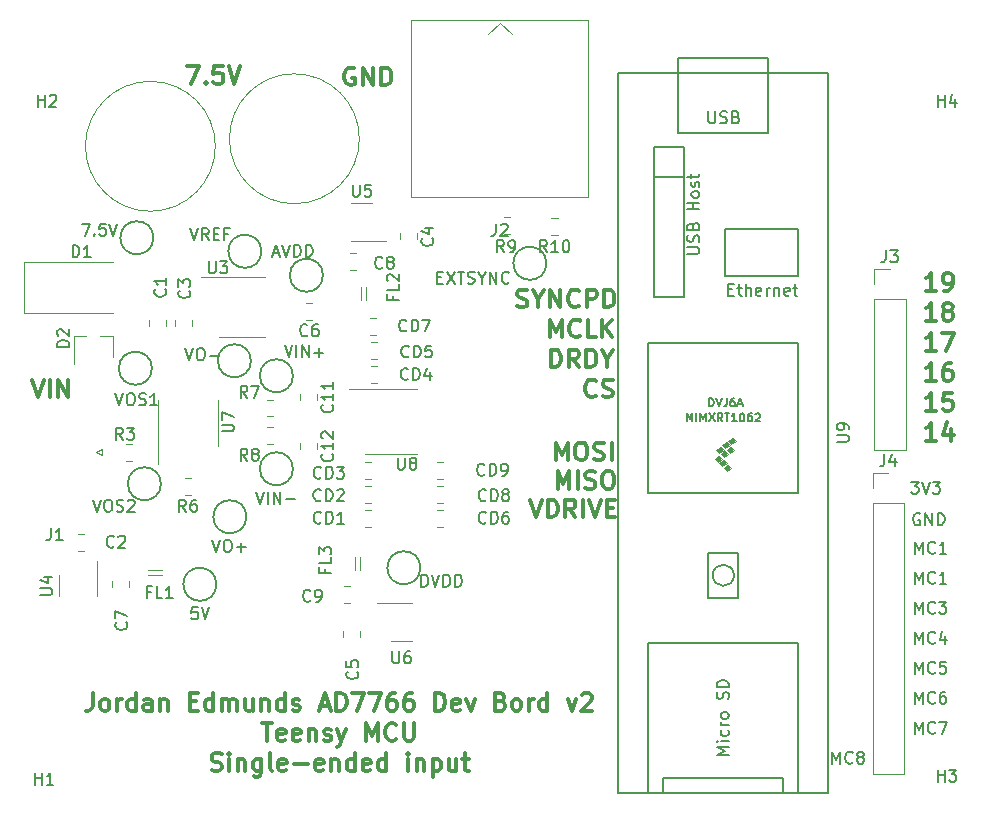
<source format=gbr>
%TF.GenerationSoftware,KiCad,Pcbnew,(5.1.6-0-10_14)*%
%TF.CreationDate,2021-01-11T17:17:34-08:00*%
%TF.ProjectId,AD7766_dev_board,41443737-3636-45f6-9465-765f626f6172,rev?*%
%TF.SameCoordinates,Original*%
%TF.FileFunction,Legend,Top*%
%TF.FilePolarity,Positive*%
%FSLAX46Y46*%
G04 Gerber Fmt 4.6, Leading zero omitted, Abs format (unit mm)*
G04 Created by KiCad (PCBNEW (5.1.6-0-10_14)) date 2021-01-11 17:17:34*
%MOMM*%
%LPD*%
G01*
G04 APERTURE LIST*
%ADD10C,0.300000*%
%ADD11C,0.150000*%
%ADD12C,0.120000*%
%ADD13C,0.100000*%
G04 APERTURE END LIST*
D10*
X23753428Y-5655571D02*
X24253428Y-7155571D01*
X24753428Y-5655571D01*
X25253428Y-7155571D02*
X25253428Y-5655571D01*
X25610571Y-5655571D01*
X25824857Y-5727000D01*
X25967714Y-5869857D01*
X26039142Y-6012714D01*
X26110571Y-6298428D01*
X26110571Y-6512714D01*
X26039142Y-6798428D01*
X25967714Y-6941285D01*
X25824857Y-7084142D01*
X25610571Y-7155571D01*
X25253428Y-7155571D01*
X27610571Y-7155571D02*
X27110571Y-6441285D01*
X26753428Y-7155571D02*
X26753428Y-5655571D01*
X27324857Y-5655571D01*
X27467714Y-5727000D01*
X27539142Y-5798428D01*
X27610571Y-5941285D01*
X27610571Y-6155571D01*
X27539142Y-6298428D01*
X27467714Y-6369857D01*
X27324857Y-6441285D01*
X26753428Y-6441285D01*
X28253428Y-7155571D02*
X28253428Y-5655571D01*
X28753428Y-5655571D02*
X29253428Y-7155571D01*
X29753428Y-5655571D01*
X30253428Y-6369857D02*
X30753428Y-6369857D01*
X30967714Y-7155571D02*
X30253428Y-7155571D01*
X30253428Y-5655571D01*
X30967714Y-5655571D01*
X58134285Y-678571D02*
X57277142Y-678571D01*
X57705714Y-678571D02*
X57705714Y821428D01*
X57562857Y607142D01*
X57420000Y464285D01*
X57277142Y392857D01*
X59420000Y321428D02*
X59420000Y-678571D01*
X59062857Y892857D02*
X58705714Y-178571D01*
X59634285Y-178571D01*
X58134285Y1861428D02*
X57277142Y1861428D01*
X57705714Y1861428D02*
X57705714Y3361428D01*
X57562857Y3147142D01*
X57420000Y3004285D01*
X57277142Y2932857D01*
X59491428Y3361428D02*
X58777142Y3361428D01*
X58705714Y2647142D01*
X58777142Y2718571D01*
X58920000Y2790000D01*
X59277142Y2790000D01*
X59420000Y2718571D01*
X59491428Y2647142D01*
X59562857Y2504285D01*
X59562857Y2147142D01*
X59491428Y2004285D01*
X59420000Y1932857D01*
X59277142Y1861428D01*
X58920000Y1861428D01*
X58777142Y1932857D01*
X58705714Y2004285D01*
X58134285Y4401428D02*
X57277142Y4401428D01*
X57705714Y4401428D02*
X57705714Y5901428D01*
X57562857Y5687142D01*
X57420000Y5544285D01*
X57277142Y5472857D01*
X59420000Y5901428D02*
X59134285Y5901428D01*
X58991428Y5830000D01*
X58920000Y5758571D01*
X58777142Y5544285D01*
X58705714Y5258571D01*
X58705714Y4687142D01*
X58777142Y4544285D01*
X58848571Y4472857D01*
X58991428Y4401428D01*
X59277142Y4401428D01*
X59420000Y4472857D01*
X59491428Y4544285D01*
X59562857Y4687142D01*
X59562857Y5044285D01*
X59491428Y5187142D01*
X59420000Y5258571D01*
X59277142Y5330000D01*
X58991428Y5330000D01*
X58848571Y5258571D01*
X58777142Y5187142D01*
X58705714Y5044285D01*
X58134285Y6941428D02*
X57277142Y6941428D01*
X57705714Y6941428D02*
X57705714Y8441428D01*
X57562857Y8227142D01*
X57420000Y8084285D01*
X57277142Y8012857D01*
X58634285Y8441428D02*
X59634285Y8441428D01*
X58991428Y6941428D01*
X58134285Y9481428D02*
X57277142Y9481428D01*
X57705714Y9481428D02*
X57705714Y10981428D01*
X57562857Y10767142D01*
X57420000Y10624285D01*
X57277142Y10552857D01*
X58991428Y10338571D02*
X58848571Y10410000D01*
X58777142Y10481428D01*
X58705714Y10624285D01*
X58705714Y10695714D01*
X58777142Y10838571D01*
X58848571Y10910000D01*
X58991428Y10981428D01*
X59277142Y10981428D01*
X59420000Y10910000D01*
X59491428Y10838571D01*
X59562857Y10695714D01*
X59562857Y10624285D01*
X59491428Y10481428D01*
X59420000Y10410000D01*
X59277142Y10338571D01*
X58991428Y10338571D01*
X58848571Y10267142D01*
X58777142Y10195714D01*
X58705714Y10052857D01*
X58705714Y9767142D01*
X58777142Y9624285D01*
X58848571Y9552857D01*
X58991428Y9481428D01*
X59277142Y9481428D01*
X59420000Y9552857D01*
X59491428Y9624285D01*
X59562857Y9767142D01*
X59562857Y10052857D01*
X59491428Y10195714D01*
X59420000Y10267142D01*
X59277142Y10338571D01*
X58134285Y12021428D02*
X57277142Y12021428D01*
X57705714Y12021428D02*
X57705714Y13521428D01*
X57562857Y13307142D01*
X57420000Y13164285D01*
X57277142Y13092857D01*
X58848571Y12021428D02*
X59134285Y12021428D01*
X59277142Y12092857D01*
X59348571Y12164285D01*
X59491428Y12378571D01*
X59562857Y12664285D01*
X59562857Y13235714D01*
X59491428Y13378571D01*
X59420000Y13450000D01*
X59277142Y13521428D01*
X58991428Y13521428D01*
X58848571Y13450000D01*
X58777142Y13378571D01*
X58705714Y13235714D01*
X58705714Y12878571D01*
X58777142Y12735714D01*
X58848571Y12664285D01*
X58991428Y12592857D01*
X59277142Y12592857D01*
X59420000Y12664285D01*
X59491428Y12735714D01*
X59562857Y12878571D01*
D11*
X49363476Y-28011380D02*
X49363476Y-27011380D01*
X49696809Y-27725666D01*
X50030142Y-27011380D01*
X50030142Y-28011380D01*
X51077761Y-27916142D02*
X51030142Y-27963761D01*
X50887285Y-28011380D01*
X50792047Y-28011380D01*
X50649190Y-27963761D01*
X50553952Y-27868523D01*
X50506333Y-27773285D01*
X50458714Y-27582809D01*
X50458714Y-27439952D01*
X50506333Y-27249476D01*
X50553952Y-27154238D01*
X50649190Y-27059000D01*
X50792047Y-27011380D01*
X50887285Y-27011380D01*
X51030142Y-27059000D01*
X51077761Y-27106619D01*
X51649190Y-27439952D02*
X51553952Y-27392333D01*
X51506333Y-27344714D01*
X51458714Y-27249476D01*
X51458714Y-27201857D01*
X51506333Y-27106619D01*
X51553952Y-27059000D01*
X51649190Y-27011380D01*
X51839666Y-27011380D01*
X51934904Y-27059000D01*
X51982523Y-27106619D01*
X52030142Y-27201857D01*
X52030142Y-27249476D01*
X51982523Y-27344714D01*
X51934904Y-27392333D01*
X51839666Y-27439952D01*
X51649190Y-27439952D01*
X51553952Y-27487571D01*
X51506333Y-27535190D01*
X51458714Y-27630428D01*
X51458714Y-27820904D01*
X51506333Y-27916142D01*
X51553952Y-27963761D01*
X51649190Y-28011380D01*
X51839666Y-28011380D01*
X51934904Y-27963761D01*
X51982523Y-27916142D01*
X52030142Y-27820904D01*
X52030142Y-27630428D01*
X51982523Y-27535190D01*
X51934904Y-27487571D01*
X51839666Y-27439952D01*
X56348476Y-25471380D02*
X56348476Y-24471380D01*
X56681809Y-25185666D01*
X57015142Y-24471380D01*
X57015142Y-25471380D01*
X58062761Y-25376142D02*
X58015142Y-25423761D01*
X57872285Y-25471380D01*
X57777047Y-25471380D01*
X57634190Y-25423761D01*
X57538952Y-25328523D01*
X57491333Y-25233285D01*
X57443714Y-25042809D01*
X57443714Y-24899952D01*
X57491333Y-24709476D01*
X57538952Y-24614238D01*
X57634190Y-24519000D01*
X57777047Y-24471380D01*
X57872285Y-24471380D01*
X58015142Y-24519000D01*
X58062761Y-24566619D01*
X58396095Y-24471380D02*
X59062761Y-24471380D01*
X58634190Y-25471380D01*
X56348476Y-22931380D02*
X56348476Y-21931380D01*
X56681809Y-22645666D01*
X57015142Y-21931380D01*
X57015142Y-22931380D01*
X58062761Y-22836142D02*
X58015142Y-22883761D01*
X57872285Y-22931380D01*
X57777047Y-22931380D01*
X57634190Y-22883761D01*
X57538952Y-22788523D01*
X57491333Y-22693285D01*
X57443714Y-22502809D01*
X57443714Y-22359952D01*
X57491333Y-22169476D01*
X57538952Y-22074238D01*
X57634190Y-21979000D01*
X57777047Y-21931380D01*
X57872285Y-21931380D01*
X58015142Y-21979000D01*
X58062761Y-22026619D01*
X58919904Y-21931380D02*
X58729428Y-21931380D01*
X58634190Y-21979000D01*
X58586571Y-22026619D01*
X58491333Y-22169476D01*
X58443714Y-22359952D01*
X58443714Y-22740904D01*
X58491333Y-22836142D01*
X58538952Y-22883761D01*
X58634190Y-22931380D01*
X58824666Y-22931380D01*
X58919904Y-22883761D01*
X58967523Y-22836142D01*
X59015142Y-22740904D01*
X59015142Y-22502809D01*
X58967523Y-22407571D01*
X58919904Y-22359952D01*
X58824666Y-22312333D01*
X58634190Y-22312333D01*
X58538952Y-22359952D01*
X58491333Y-22407571D01*
X58443714Y-22502809D01*
X56348476Y-20391380D02*
X56348476Y-19391380D01*
X56681809Y-20105666D01*
X57015142Y-19391380D01*
X57015142Y-20391380D01*
X58062761Y-20296142D02*
X58015142Y-20343761D01*
X57872285Y-20391380D01*
X57777047Y-20391380D01*
X57634190Y-20343761D01*
X57538952Y-20248523D01*
X57491333Y-20153285D01*
X57443714Y-19962809D01*
X57443714Y-19819952D01*
X57491333Y-19629476D01*
X57538952Y-19534238D01*
X57634190Y-19439000D01*
X57777047Y-19391380D01*
X57872285Y-19391380D01*
X58015142Y-19439000D01*
X58062761Y-19486619D01*
X58967523Y-19391380D02*
X58491333Y-19391380D01*
X58443714Y-19867571D01*
X58491333Y-19819952D01*
X58586571Y-19772333D01*
X58824666Y-19772333D01*
X58919904Y-19819952D01*
X58967523Y-19867571D01*
X59015142Y-19962809D01*
X59015142Y-20200904D01*
X58967523Y-20296142D01*
X58919904Y-20343761D01*
X58824666Y-20391380D01*
X58586571Y-20391380D01*
X58491333Y-20343761D01*
X58443714Y-20296142D01*
X56348476Y-17851380D02*
X56348476Y-16851380D01*
X56681809Y-17565666D01*
X57015142Y-16851380D01*
X57015142Y-17851380D01*
X58062761Y-17756142D02*
X58015142Y-17803761D01*
X57872285Y-17851380D01*
X57777047Y-17851380D01*
X57634190Y-17803761D01*
X57538952Y-17708523D01*
X57491333Y-17613285D01*
X57443714Y-17422809D01*
X57443714Y-17279952D01*
X57491333Y-17089476D01*
X57538952Y-16994238D01*
X57634190Y-16899000D01*
X57777047Y-16851380D01*
X57872285Y-16851380D01*
X58015142Y-16899000D01*
X58062761Y-16946619D01*
X58919904Y-17184714D02*
X58919904Y-17851380D01*
X58681809Y-16803761D02*
X58443714Y-17518047D01*
X59062761Y-17518047D01*
X56348476Y-15311380D02*
X56348476Y-14311380D01*
X56681809Y-15025666D01*
X57015142Y-14311380D01*
X57015142Y-15311380D01*
X58062761Y-15216142D02*
X58015142Y-15263761D01*
X57872285Y-15311380D01*
X57777047Y-15311380D01*
X57634190Y-15263761D01*
X57538952Y-15168523D01*
X57491333Y-15073285D01*
X57443714Y-14882809D01*
X57443714Y-14739952D01*
X57491333Y-14549476D01*
X57538952Y-14454238D01*
X57634190Y-14359000D01*
X57777047Y-14311380D01*
X57872285Y-14311380D01*
X58015142Y-14359000D01*
X58062761Y-14406619D01*
X58396095Y-14311380D02*
X59015142Y-14311380D01*
X58681809Y-14692333D01*
X58824666Y-14692333D01*
X58919904Y-14739952D01*
X58967523Y-14787571D01*
X59015142Y-14882809D01*
X59015142Y-15120904D01*
X58967523Y-15216142D01*
X58919904Y-15263761D01*
X58824666Y-15311380D01*
X58538952Y-15311380D01*
X58443714Y-15263761D01*
X58396095Y-15216142D01*
X56348476Y-12771380D02*
X56348476Y-11771380D01*
X56681809Y-12485666D01*
X57015142Y-11771380D01*
X57015142Y-12771380D01*
X58062761Y-12676142D02*
X58015142Y-12723761D01*
X57872285Y-12771380D01*
X57777047Y-12771380D01*
X57634190Y-12723761D01*
X57538952Y-12628523D01*
X57491333Y-12533285D01*
X57443714Y-12342809D01*
X57443714Y-12199952D01*
X57491333Y-12009476D01*
X57538952Y-11914238D01*
X57634190Y-11819000D01*
X57777047Y-11771380D01*
X57872285Y-11771380D01*
X58015142Y-11819000D01*
X58062761Y-11866619D01*
X59015142Y-12771380D02*
X58443714Y-12771380D01*
X58729428Y-12771380D02*
X58729428Y-11771380D01*
X58634190Y-11914238D01*
X58538952Y-12009476D01*
X58443714Y-12057095D01*
X56348476Y-10231380D02*
X56348476Y-9231380D01*
X56681809Y-9945666D01*
X57015142Y-9231380D01*
X57015142Y-10231380D01*
X58062761Y-10136142D02*
X58015142Y-10183761D01*
X57872285Y-10231380D01*
X57777047Y-10231380D01*
X57634190Y-10183761D01*
X57538952Y-10088523D01*
X57491333Y-9993285D01*
X57443714Y-9802809D01*
X57443714Y-9659952D01*
X57491333Y-9469476D01*
X57538952Y-9374238D01*
X57634190Y-9279000D01*
X57777047Y-9231380D01*
X57872285Y-9231380D01*
X58015142Y-9279000D01*
X58062761Y-9326619D01*
X59015142Y-10231380D02*
X58443714Y-10231380D01*
X58729428Y-10231380D02*
X58729428Y-9231380D01*
X58634190Y-9374238D01*
X58538952Y-9469476D01*
X58443714Y-9517095D01*
X56769095Y-6866000D02*
X56673857Y-6818380D01*
X56531000Y-6818380D01*
X56388142Y-6866000D01*
X56292904Y-6961238D01*
X56245285Y-7056476D01*
X56197666Y-7246952D01*
X56197666Y-7389809D01*
X56245285Y-7580285D01*
X56292904Y-7675523D01*
X56388142Y-7770761D01*
X56531000Y-7818380D01*
X56626238Y-7818380D01*
X56769095Y-7770761D01*
X56816714Y-7723142D01*
X56816714Y-7389809D01*
X56626238Y-7389809D01*
X57245285Y-7818380D02*
X57245285Y-6818380D01*
X57816714Y-7818380D01*
X57816714Y-6818380D01*
X58292904Y-7818380D02*
X58292904Y-6818380D01*
X58531000Y-6818380D01*
X58673857Y-6866000D01*
X58769095Y-6961238D01*
X58816714Y-7056476D01*
X58864333Y-7246952D01*
X58864333Y-7389809D01*
X58816714Y-7580285D01*
X58769095Y-7675523D01*
X58673857Y-7770761D01*
X58531000Y-7818380D01*
X58292904Y-7818380D01*
X56038904Y-4151380D02*
X56657952Y-4151380D01*
X56324619Y-4532333D01*
X56467476Y-4532333D01*
X56562714Y-4579952D01*
X56610333Y-4627571D01*
X56657952Y-4722809D01*
X56657952Y-4960904D01*
X56610333Y-5056142D01*
X56562714Y-5103761D01*
X56467476Y-5151380D01*
X56181761Y-5151380D01*
X56086523Y-5103761D01*
X56038904Y-5056142D01*
X56943666Y-4151380D02*
X57277000Y-5151380D01*
X57610333Y-4151380D01*
X57848428Y-4151380D02*
X58467476Y-4151380D01*
X58134142Y-4532333D01*
X58277000Y-4532333D01*
X58372238Y-4579952D01*
X58419857Y-4627571D01*
X58467476Y-4722809D01*
X58467476Y-4960904D01*
X58419857Y-5056142D01*
X58372238Y-5103761D01*
X58277000Y-5151380D01*
X57991285Y-5151380D01*
X57896047Y-5103761D01*
X57848428Y-5056142D01*
D10*
X-13272857Y-22028571D02*
X-13272857Y-23100000D01*
X-13344285Y-23314285D01*
X-13487142Y-23457142D01*
X-13701428Y-23528571D01*
X-13844285Y-23528571D01*
X-12344285Y-23528571D02*
X-12487142Y-23457142D01*
X-12558571Y-23385714D01*
X-12630000Y-23242857D01*
X-12630000Y-22814285D01*
X-12558571Y-22671428D01*
X-12487142Y-22600000D01*
X-12344285Y-22528571D01*
X-12130000Y-22528571D01*
X-11987142Y-22600000D01*
X-11915714Y-22671428D01*
X-11844285Y-22814285D01*
X-11844285Y-23242857D01*
X-11915714Y-23385714D01*
X-11987142Y-23457142D01*
X-12130000Y-23528571D01*
X-12344285Y-23528571D01*
X-11201428Y-23528571D02*
X-11201428Y-22528571D01*
X-11201428Y-22814285D02*
X-11130000Y-22671428D01*
X-11058571Y-22600000D01*
X-10915714Y-22528571D01*
X-10772857Y-22528571D01*
X-9630000Y-23528571D02*
X-9630000Y-22028571D01*
X-9630000Y-23457142D02*
X-9772857Y-23528571D01*
X-10058571Y-23528571D01*
X-10201428Y-23457142D01*
X-10272857Y-23385714D01*
X-10344285Y-23242857D01*
X-10344285Y-22814285D01*
X-10272857Y-22671428D01*
X-10201428Y-22600000D01*
X-10058571Y-22528571D01*
X-9772857Y-22528571D01*
X-9630000Y-22600000D01*
X-8272857Y-23528571D02*
X-8272857Y-22742857D01*
X-8344285Y-22600000D01*
X-8487142Y-22528571D01*
X-8772857Y-22528571D01*
X-8915714Y-22600000D01*
X-8272857Y-23457142D02*
X-8415714Y-23528571D01*
X-8772857Y-23528571D01*
X-8915714Y-23457142D01*
X-8987142Y-23314285D01*
X-8987142Y-23171428D01*
X-8915714Y-23028571D01*
X-8772857Y-22957142D01*
X-8415714Y-22957142D01*
X-8272857Y-22885714D01*
X-7558571Y-22528571D02*
X-7558571Y-23528571D01*
X-7558571Y-22671428D02*
X-7487142Y-22600000D01*
X-7344285Y-22528571D01*
X-7130000Y-22528571D01*
X-6987142Y-22600000D01*
X-6915714Y-22742857D01*
X-6915714Y-23528571D01*
X-5058571Y-22742857D02*
X-4558571Y-22742857D01*
X-4344285Y-23528571D02*
X-5058571Y-23528571D01*
X-5058571Y-22028571D01*
X-4344285Y-22028571D01*
X-3058571Y-23528571D02*
X-3058571Y-22028571D01*
X-3058571Y-23457142D02*
X-3201428Y-23528571D01*
X-3487142Y-23528571D01*
X-3630000Y-23457142D01*
X-3701428Y-23385714D01*
X-3772857Y-23242857D01*
X-3772857Y-22814285D01*
X-3701428Y-22671428D01*
X-3630000Y-22600000D01*
X-3487142Y-22528571D01*
X-3201428Y-22528571D01*
X-3058571Y-22600000D01*
X-2344285Y-23528571D02*
X-2344285Y-22528571D01*
X-2344285Y-22671428D02*
X-2272857Y-22600000D01*
X-2130000Y-22528571D01*
X-1915714Y-22528571D01*
X-1772857Y-22600000D01*
X-1701428Y-22742857D01*
X-1701428Y-23528571D01*
X-1701428Y-22742857D02*
X-1630000Y-22600000D01*
X-1487142Y-22528571D01*
X-1272857Y-22528571D01*
X-1130000Y-22600000D01*
X-1058571Y-22742857D01*
X-1058571Y-23528571D01*
X298571Y-22528571D02*
X298571Y-23528571D01*
X-344285Y-22528571D02*
X-344285Y-23314285D01*
X-272857Y-23457142D01*
X-130000Y-23528571D01*
X84285Y-23528571D01*
X227142Y-23457142D01*
X298571Y-23385714D01*
X1012857Y-22528571D02*
X1012857Y-23528571D01*
X1012857Y-22671428D02*
X1084285Y-22600000D01*
X1227142Y-22528571D01*
X1441428Y-22528571D01*
X1584285Y-22600000D01*
X1655714Y-22742857D01*
X1655714Y-23528571D01*
X3012857Y-23528571D02*
X3012857Y-22028571D01*
X3012857Y-23457142D02*
X2869999Y-23528571D01*
X2584285Y-23528571D01*
X2441428Y-23457142D01*
X2369999Y-23385714D01*
X2298571Y-23242857D01*
X2298571Y-22814285D01*
X2369999Y-22671428D01*
X2441428Y-22600000D01*
X2584285Y-22528571D01*
X2869999Y-22528571D01*
X3012857Y-22600000D01*
X3655714Y-23457142D02*
X3798571Y-23528571D01*
X4084285Y-23528571D01*
X4227142Y-23457142D01*
X4298571Y-23314285D01*
X4298571Y-23242857D01*
X4227142Y-23100000D01*
X4084285Y-23028571D01*
X3869999Y-23028571D01*
X3727142Y-22957142D01*
X3655714Y-22814285D01*
X3655714Y-22742857D01*
X3727142Y-22600000D01*
X3869999Y-22528571D01*
X4084285Y-22528571D01*
X4227142Y-22600000D01*
X6012857Y-23100000D02*
X6727142Y-23100000D01*
X5869999Y-23528571D02*
X6369999Y-22028571D01*
X6869999Y-23528571D01*
X7369999Y-23528571D02*
X7369999Y-22028571D01*
X7727142Y-22028571D01*
X7941428Y-22100000D01*
X8084285Y-22242857D01*
X8155714Y-22385714D01*
X8227142Y-22671428D01*
X8227142Y-22885714D01*
X8155714Y-23171428D01*
X8084285Y-23314285D01*
X7941428Y-23457142D01*
X7727142Y-23528571D01*
X7369999Y-23528571D01*
X8727142Y-22028571D02*
X9727142Y-22028571D01*
X9084285Y-23528571D01*
X10155714Y-22028571D02*
X11155714Y-22028571D01*
X10512857Y-23528571D01*
X12369999Y-22028571D02*
X12084285Y-22028571D01*
X11941428Y-22100000D01*
X11869999Y-22171428D01*
X11727142Y-22385714D01*
X11655714Y-22671428D01*
X11655714Y-23242857D01*
X11727142Y-23385714D01*
X11798571Y-23457142D01*
X11941428Y-23528571D01*
X12227142Y-23528571D01*
X12369999Y-23457142D01*
X12441428Y-23385714D01*
X12512857Y-23242857D01*
X12512857Y-22885714D01*
X12441428Y-22742857D01*
X12369999Y-22671428D01*
X12227142Y-22600000D01*
X11941428Y-22600000D01*
X11798571Y-22671428D01*
X11727142Y-22742857D01*
X11655714Y-22885714D01*
X13798571Y-22028571D02*
X13512857Y-22028571D01*
X13369999Y-22100000D01*
X13298571Y-22171428D01*
X13155714Y-22385714D01*
X13084285Y-22671428D01*
X13084285Y-23242857D01*
X13155714Y-23385714D01*
X13227142Y-23457142D01*
X13369999Y-23528571D01*
X13655714Y-23528571D01*
X13798571Y-23457142D01*
X13869999Y-23385714D01*
X13941428Y-23242857D01*
X13941428Y-22885714D01*
X13869999Y-22742857D01*
X13798571Y-22671428D01*
X13655714Y-22600000D01*
X13369999Y-22600000D01*
X13227142Y-22671428D01*
X13155714Y-22742857D01*
X13084285Y-22885714D01*
X15727142Y-23528571D02*
X15727142Y-22028571D01*
X16084285Y-22028571D01*
X16298571Y-22100000D01*
X16441428Y-22242857D01*
X16512857Y-22385714D01*
X16584285Y-22671428D01*
X16584285Y-22885714D01*
X16512857Y-23171428D01*
X16441428Y-23314285D01*
X16298571Y-23457142D01*
X16084285Y-23528571D01*
X15727142Y-23528571D01*
X17798571Y-23457142D02*
X17655714Y-23528571D01*
X17369999Y-23528571D01*
X17227142Y-23457142D01*
X17155714Y-23314285D01*
X17155714Y-22742857D01*
X17227142Y-22600000D01*
X17369999Y-22528571D01*
X17655714Y-22528571D01*
X17798571Y-22600000D01*
X17869999Y-22742857D01*
X17869999Y-22885714D01*
X17155714Y-23028571D01*
X18369999Y-22528571D02*
X18727142Y-23528571D01*
X19084285Y-22528571D01*
X21298571Y-22742857D02*
X21512857Y-22814285D01*
X21584285Y-22885714D01*
X21655714Y-23028571D01*
X21655714Y-23242857D01*
X21584285Y-23385714D01*
X21512857Y-23457142D01*
X21369999Y-23528571D01*
X20798571Y-23528571D01*
X20798571Y-22028571D01*
X21298571Y-22028571D01*
X21441428Y-22100000D01*
X21512857Y-22171428D01*
X21584285Y-22314285D01*
X21584285Y-22457142D01*
X21512857Y-22600000D01*
X21441428Y-22671428D01*
X21298571Y-22742857D01*
X20798571Y-22742857D01*
X22512857Y-23528571D02*
X22369999Y-23457142D01*
X22298571Y-23385714D01*
X22227142Y-23242857D01*
X22227142Y-22814285D01*
X22298571Y-22671428D01*
X22369999Y-22600000D01*
X22512857Y-22528571D01*
X22727142Y-22528571D01*
X22869999Y-22600000D01*
X22941428Y-22671428D01*
X23012857Y-22814285D01*
X23012857Y-23242857D01*
X22941428Y-23385714D01*
X22869999Y-23457142D01*
X22727142Y-23528571D01*
X22512857Y-23528571D01*
X23655714Y-23528571D02*
X23655714Y-22528571D01*
X23655714Y-22814285D02*
X23727142Y-22671428D01*
X23798571Y-22600000D01*
X23941428Y-22528571D01*
X24084285Y-22528571D01*
X25227142Y-23528571D02*
X25227142Y-22028571D01*
X25227142Y-23457142D02*
X25084285Y-23528571D01*
X24798571Y-23528571D01*
X24655714Y-23457142D01*
X24584285Y-23385714D01*
X24512857Y-23242857D01*
X24512857Y-22814285D01*
X24584285Y-22671428D01*
X24655714Y-22600000D01*
X24798571Y-22528571D01*
X25084285Y-22528571D01*
X25227142Y-22600000D01*
X26941428Y-22528571D02*
X27298571Y-23528571D01*
X27655714Y-22528571D01*
X28155714Y-22171428D02*
X28227142Y-22100000D01*
X28369999Y-22028571D01*
X28727142Y-22028571D01*
X28869999Y-22100000D01*
X28941428Y-22171428D01*
X29012857Y-22314285D01*
X29012857Y-22457142D01*
X28941428Y-22671428D01*
X28084285Y-23528571D01*
X29012857Y-23528571D01*
X1084285Y-24578571D02*
X1941428Y-24578571D01*
X1512857Y-26078571D02*
X1512857Y-24578571D01*
X3012857Y-26007142D02*
X2869999Y-26078571D01*
X2584285Y-26078571D01*
X2441428Y-26007142D01*
X2369999Y-25864285D01*
X2369999Y-25292857D01*
X2441428Y-25150000D01*
X2584285Y-25078571D01*
X2869999Y-25078571D01*
X3012857Y-25150000D01*
X3084285Y-25292857D01*
X3084285Y-25435714D01*
X2369999Y-25578571D01*
X4298571Y-26007142D02*
X4155714Y-26078571D01*
X3869999Y-26078571D01*
X3727142Y-26007142D01*
X3655714Y-25864285D01*
X3655714Y-25292857D01*
X3727142Y-25150000D01*
X3869999Y-25078571D01*
X4155714Y-25078571D01*
X4298571Y-25150000D01*
X4369999Y-25292857D01*
X4369999Y-25435714D01*
X3655714Y-25578571D01*
X5012857Y-25078571D02*
X5012857Y-26078571D01*
X5012857Y-25221428D02*
X5084285Y-25150000D01*
X5227142Y-25078571D01*
X5441428Y-25078571D01*
X5584285Y-25150000D01*
X5655714Y-25292857D01*
X5655714Y-26078571D01*
X6298571Y-26007142D02*
X6441428Y-26078571D01*
X6727142Y-26078571D01*
X6869999Y-26007142D01*
X6941428Y-25864285D01*
X6941428Y-25792857D01*
X6869999Y-25650000D01*
X6727142Y-25578571D01*
X6512857Y-25578571D01*
X6369999Y-25507142D01*
X6298571Y-25364285D01*
X6298571Y-25292857D01*
X6369999Y-25150000D01*
X6512857Y-25078571D01*
X6727142Y-25078571D01*
X6869999Y-25150000D01*
X7441428Y-25078571D02*
X7798571Y-26078571D01*
X8155714Y-25078571D02*
X7798571Y-26078571D01*
X7655714Y-26435714D01*
X7584285Y-26507142D01*
X7441428Y-26578571D01*
X9869999Y-26078571D02*
X9869999Y-24578571D01*
X10369999Y-25650000D01*
X10869999Y-24578571D01*
X10869999Y-26078571D01*
X12441428Y-25935714D02*
X12370000Y-26007142D01*
X12155714Y-26078571D01*
X12012857Y-26078571D01*
X11798571Y-26007142D01*
X11655714Y-25864285D01*
X11584285Y-25721428D01*
X11512857Y-25435714D01*
X11512857Y-25221428D01*
X11584285Y-24935714D01*
X11655714Y-24792857D01*
X11798571Y-24650000D01*
X12012857Y-24578571D01*
X12155714Y-24578571D01*
X12370000Y-24650000D01*
X12441428Y-24721428D01*
X13084285Y-24578571D02*
X13084285Y-25792857D01*
X13155714Y-25935714D01*
X13227142Y-26007142D01*
X13370000Y-26078571D01*
X13655714Y-26078571D01*
X13798571Y-26007142D01*
X13870000Y-25935714D01*
X13941428Y-25792857D01*
X13941428Y-24578571D01*
X-3201428Y-28557142D02*
X-2987142Y-28628571D01*
X-2630000Y-28628571D01*
X-2487142Y-28557142D01*
X-2415714Y-28485714D01*
X-2344285Y-28342857D01*
X-2344285Y-28200000D01*
X-2415714Y-28057142D01*
X-2487142Y-27985714D01*
X-2630000Y-27914285D01*
X-2915714Y-27842857D01*
X-3058571Y-27771428D01*
X-3130000Y-27700000D01*
X-3201428Y-27557142D01*
X-3201428Y-27414285D01*
X-3130000Y-27271428D01*
X-3058571Y-27200000D01*
X-2915714Y-27128571D01*
X-2558571Y-27128571D01*
X-2344285Y-27200000D01*
X-1701428Y-28628571D02*
X-1701428Y-27628571D01*
X-1701428Y-27128571D02*
X-1772857Y-27200000D01*
X-1701428Y-27271428D01*
X-1630000Y-27200000D01*
X-1701428Y-27128571D01*
X-1701428Y-27271428D01*
X-987142Y-27628571D02*
X-987142Y-28628571D01*
X-987142Y-27771428D02*
X-915714Y-27700000D01*
X-772857Y-27628571D01*
X-558571Y-27628571D01*
X-415714Y-27700000D01*
X-344285Y-27842857D01*
X-344285Y-28628571D01*
X1012857Y-27628571D02*
X1012857Y-28842857D01*
X941428Y-28985714D01*
X869999Y-29057142D01*
X727142Y-29128571D01*
X512857Y-29128571D01*
X369999Y-29057142D01*
X1012857Y-28557142D02*
X869999Y-28628571D01*
X584285Y-28628571D01*
X441428Y-28557142D01*
X369999Y-28485714D01*
X298571Y-28342857D01*
X298571Y-27914285D01*
X369999Y-27771428D01*
X441428Y-27700000D01*
X584285Y-27628571D01*
X869999Y-27628571D01*
X1012857Y-27700000D01*
X1941428Y-28628571D02*
X1798571Y-28557142D01*
X1727142Y-28414285D01*
X1727142Y-27128571D01*
X3084285Y-28557142D02*
X2941428Y-28628571D01*
X2655714Y-28628571D01*
X2512857Y-28557142D01*
X2441428Y-28414285D01*
X2441428Y-27842857D01*
X2512857Y-27700000D01*
X2655714Y-27628571D01*
X2941428Y-27628571D01*
X3084285Y-27700000D01*
X3155714Y-27842857D01*
X3155714Y-27985714D01*
X2441428Y-28128571D01*
X3798571Y-28057142D02*
X4941428Y-28057142D01*
X6227142Y-28557142D02*
X6084285Y-28628571D01*
X5798571Y-28628571D01*
X5655714Y-28557142D01*
X5584285Y-28414285D01*
X5584285Y-27842857D01*
X5655714Y-27700000D01*
X5798571Y-27628571D01*
X6084285Y-27628571D01*
X6227142Y-27700000D01*
X6298571Y-27842857D01*
X6298571Y-27985714D01*
X5584285Y-28128571D01*
X6941428Y-27628571D02*
X6941428Y-28628571D01*
X6941428Y-27771428D02*
X7012857Y-27700000D01*
X7155714Y-27628571D01*
X7369999Y-27628571D01*
X7512857Y-27700000D01*
X7584285Y-27842857D01*
X7584285Y-28628571D01*
X8941428Y-28628571D02*
X8941428Y-27128571D01*
X8941428Y-28557142D02*
X8798571Y-28628571D01*
X8512857Y-28628571D01*
X8369999Y-28557142D01*
X8298571Y-28485714D01*
X8227142Y-28342857D01*
X8227142Y-27914285D01*
X8298571Y-27771428D01*
X8369999Y-27700000D01*
X8512857Y-27628571D01*
X8798571Y-27628571D01*
X8941428Y-27700000D01*
X10227142Y-28557142D02*
X10084285Y-28628571D01*
X9798571Y-28628571D01*
X9655714Y-28557142D01*
X9584285Y-28414285D01*
X9584285Y-27842857D01*
X9655714Y-27700000D01*
X9798571Y-27628571D01*
X10084285Y-27628571D01*
X10227142Y-27700000D01*
X10298571Y-27842857D01*
X10298571Y-27985714D01*
X9584285Y-28128571D01*
X11584285Y-28628571D02*
X11584285Y-27128571D01*
X11584285Y-28557142D02*
X11441428Y-28628571D01*
X11155714Y-28628571D01*
X11012857Y-28557142D01*
X10941428Y-28485714D01*
X10869999Y-28342857D01*
X10869999Y-27914285D01*
X10941428Y-27771428D01*
X11012857Y-27700000D01*
X11155714Y-27628571D01*
X11441428Y-27628571D01*
X11584285Y-27700000D01*
X13441428Y-28628571D02*
X13441428Y-27628571D01*
X13441428Y-27128571D02*
X13369999Y-27200000D01*
X13441428Y-27271428D01*
X13512857Y-27200000D01*
X13441428Y-27128571D01*
X13441428Y-27271428D01*
X14155714Y-27628571D02*
X14155714Y-28628571D01*
X14155714Y-27771428D02*
X14227142Y-27700000D01*
X14369999Y-27628571D01*
X14584285Y-27628571D01*
X14727142Y-27700000D01*
X14798571Y-27842857D01*
X14798571Y-28628571D01*
X15512857Y-27628571D02*
X15512857Y-29128571D01*
X15512857Y-27700000D02*
X15655714Y-27628571D01*
X15941428Y-27628571D01*
X16084285Y-27700000D01*
X16155714Y-27771428D01*
X16227142Y-27914285D01*
X16227142Y-28342857D01*
X16155714Y-28485714D01*
X16084285Y-28557142D01*
X15941428Y-28628571D01*
X15655714Y-28628571D01*
X15512857Y-28557142D01*
X17512857Y-27628571D02*
X17512857Y-28628571D01*
X16869999Y-27628571D02*
X16869999Y-28414285D01*
X16941428Y-28557142D01*
X17084285Y-28628571D01*
X17298571Y-28628571D01*
X17441428Y-28557142D01*
X17512857Y-28485714D01*
X18012857Y-27628571D02*
X18584285Y-27628571D01*
X18227142Y-27128571D02*
X18227142Y-28414285D01*
X18298571Y-28557142D01*
X18441428Y-28628571D01*
X18584285Y-28628571D01*
X-18406857Y4504428D02*
X-17906857Y3004428D01*
X-17406857Y4504428D01*
X-16906857Y3004428D02*
X-16906857Y4504428D01*
X-16192571Y3004428D02*
X-16192571Y4504428D01*
X-15335428Y3004428D01*
X-15335428Y4504428D01*
X26090857Y-4742571D02*
X26090857Y-3242571D01*
X26590857Y-4314000D01*
X27090857Y-3242571D01*
X27090857Y-4742571D01*
X27805142Y-4742571D02*
X27805142Y-3242571D01*
X28448000Y-4671142D02*
X28662285Y-4742571D01*
X29019428Y-4742571D01*
X29162285Y-4671142D01*
X29233714Y-4599714D01*
X29305142Y-4456857D01*
X29305142Y-4314000D01*
X29233714Y-4171142D01*
X29162285Y-4099714D01*
X29019428Y-4028285D01*
X28733714Y-3956857D01*
X28590857Y-3885428D01*
X28519428Y-3814000D01*
X28448000Y-3671142D01*
X28448000Y-3528285D01*
X28519428Y-3385428D01*
X28590857Y-3314000D01*
X28733714Y-3242571D01*
X29090857Y-3242571D01*
X29305142Y-3314000D01*
X30233714Y-3242571D02*
X30519428Y-3242571D01*
X30662285Y-3314000D01*
X30805142Y-3456857D01*
X30876571Y-3742571D01*
X30876571Y-4242571D01*
X30805142Y-4528285D01*
X30662285Y-4671142D01*
X30519428Y-4742571D01*
X30233714Y-4742571D01*
X30090857Y-4671142D01*
X29948000Y-4528285D01*
X29876571Y-4242571D01*
X29876571Y-3742571D01*
X29948000Y-3456857D01*
X30090857Y-3314000D01*
X30233714Y-3242571D01*
X25963857Y-2329571D02*
X25963857Y-829571D01*
X26463857Y-1901000D01*
X26963857Y-829571D01*
X26963857Y-2329571D01*
X27963857Y-829571D02*
X28249571Y-829571D01*
X28392428Y-901000D01*
X28535285Y-1043857D01*
X28606714Y-1329571D01*
X28606714Y-1829571D01*
X28535285Y-2115285D01*
X28392428Y-2258142D01*
X28249571Y-2329571D01*
X27963857Y-2329571D01*
X27821000Y-2258142D01*
X27678142Y-2115285D01*
X27606714Y-1829571D01*
X27606714Y-1329571D01*
X27678142Y-1043857D01*
X27821000Y-901000D01*
X27963857Y-829571D01*
X29178142Y-2258142D02*
X29392428Y-2329571D01*
X29749571Y-2329571D01*
X29892428Y-2258142D01*
X29963857Y-2186714D01*
X30035285Y-2043857D01*
X30035285Y-1901000D01*
X29963857Y-1758142D01*
X29892428Y-1686714D01*
X29749571Y-1615285D01*
X29463857Y-1543857D01*
X29321000Y-1472428D01*
X29249571Y-1401000D01*
X29178142Y-1258142D01*
X29178142Y-1115285D01*
X29249571Y-972428D01*
X29321000Y-901000D01*
X29463857Y-829571D01*
X29821000Y-829571D01*
X30035285Y-901000D01*
X30678142Y-2329571D02*
X30678142Y-829571D01*
X22689857Y10695857D02*
X22904142Y10624428D01*
X23261285Y10624428D01*
X23404142Y10695857D01*
X23475571Y10767285D01*
X23547000Y10910142D01*
X23547000Y11053000D01*
X23475571Y11195857D01*
X23404142Y11267285D01*
X23261285Y11338714D01*
X22975571Y11410142D01*
X22832714Y11481571D01*
X22761285Y11553000D01*
X22689857Y11695857D01*
X22689857Y11838714D01*
X22761285Y11981571D01*
X22832714Y12053000D01*
X22975571Y12124428D01*
X23332714Y12124428D01*
X23547000Y12053000D01*
X24475571Y11338714D02*
X24475571Y10624428D01*
X23975571Y12124428D02*
X24475571Y11338714D01*
X24975571Y12124428D01*
X25475571Y10624428D02*
X25475571Y12124428D01*
X26332714Y10624428D01*
X26332714Y12124428D01*
X27904142Y10767285D02*
X27832714Y10695857D01*
X27618428Y10624428D01*
X27475571Y10624428D01*
X27261285Y10695857D01*
X27118428Y10838714D01*
X27047000Y10981571D01*
X26975571Y11267285D01*
X26975571Y11481571D01*
X27047000Y11767285D01*
X27118428Y11910142D01*
X27261285Y12053000D01*
X27475571Y12124428D01*
X27618428Y12124428D01*
X27832714Y12053000D01*
X27904142Y11981571D01*
X28547000Y10624428D02*
X28547000Y12124428D01*
X29118428Y12124428D01*
X29261285Y12053000D01*
X29332714Y11981571D01*
X29404142Y11838714D01*
X29404142Y11624428D01*
X29332714Y11481571D01*
X29261285Y11410142D01*
X29118428Y11338714D01*
X28547000Y11338714D01*
X30047000Y10624428D02*
X30047000Y12124428D01*
X30404142Y12124428D01*
X30618428Y12053000D01*
X30761285Y11910142D01*
X30832714Y11767285D01*
X30904142Y11481571D01*
X30904142Y11267285D01*
X30832714Y10981571D01*
X30761285Y10838714D01*
X30618428Y10695857D01*
X30404142Y10624428D01*
X30047000Y10624428D01*
X25459857Y8084428D02*
X25459857Y9584428D01*
X25959857Y8513000D01*
X26459857Y9584428D01*
X26459857Y8084428D01*
X28031285Y8227285D02*
X27959857Y8155857D01*
X27745571Y8084428D01*
X27602714Y8084428D01*
X27388428Y8155857D01*
X27245571Y8298714D01*
X27174142Y8441571D01*
X27102714Y8727285D01*
X27102714Y8941571D01*
X27174142Y9227285D01*
X27245571Y9370142D01*
X27388428Y9513000D01*
X27602714Y9584428D01*
X27745571Y9584428D01*
X27959857Y9513000D01*
X28031285Y9441571D01*
X29388428Y8084428D02*
X28674142Y8084428D01*
X28674142Y9584428D01*
X29888428Y8084428D02*
X29888428Y9584428D01*
X30745571Y8084428D02*
X30102714Y8941571D01*
X30745571Y9584428D02*
X29888428Y8727285D01*
X25531285Y5544428D02*
X25531285Y7044428D01*
X25888428Y7044428D01*
X26102714Y6973000D01*
X26245571Y6830142D01*
X26317000Y6687285D01*
X26388428Y6401571D01*
X26388428Y6187285D01*
X26317000Y5901571D01*
X26245571Y5758714D01*
X26102714Y5615857D01*
X25888428Y5544428D01*
X25531285Y5544428D01*
X27888428Y5544428D02*
X27388428Y6258714D01*
X27031285Y5544428D02*
X27031285Y7044428D01*
X27602714Y7044428D01*
X27745571Y6973000D01*
X27817000Y6901571D01*
X27888428Y6758714D01*
X27888428Y6544428D01*
X27817000Y6401571D01*
X27745571Y6330142D01*
X27602714Y6258714D01*
X27031285Y6258714D01*
X28531285Y5544428D02*
X28531285Y7044428D01*
X28888428Y7044428D01*
X29102714Y6973000D01*
X29245571Y6830142D01*
X29317000Y6687285D01*
X29388428Y6401571D01*
X29388428Y6187285D01*
X29317000Y5901571D01*
X29245571Y5758714D01*
X29102714Y5615857D01*
X28888428Y5544428D01*
X28531285Y5544428D01*
X30317000Y6258714D02*
X30317000Y5544428D01*
X29817000Y7044428D02*
X30317000Y6258714D01*
X30817000Y7044428D01*
X29341000Y3147285D02*
X29269571Y3075857D01*
X29055285Y3004428D01*
X28912428Y3004428D01*
X28698142Y3075857D01*
X28555285Y3218714D01*
X28483857Y3361571D01*
X28412428Y3647285D01*
X28412428Y3861571D01*
X28483857Y4147285D01*
X28555285Y4290142D01*
X28698142Y4433000D01*
X28912428Y4504428D01*
X29055285Y4504428D01*
X29269571Y4433000D01*
X29341000Y4361571D01*
X29912428Y3075857D02*
X30126714Y3004428D01*
X30483857Y3004428D01*
X30626714Y3075857D01*
X30698142Y3147285D01*
X30769571Y3290142D01*
X30769571Y3433000D01*
X30698142Y3575857D01*
X30626714Y3647285D01*
X30483857Y3718714D01*
X30198142Y3790142D01*
X30055285Y3861571D01*
X29983857Y3933000D01*
X29912428Y4075857D01*
X29912428Y4218714D01*
X29983857Y4361571D01*
X30055285Y4433000D01*
X30198142Y4504428D01*
X30555285Y4504428D01*
X30769571Y4433000D01*
X-5262285Y31047428D02*
X-4262285Y31047428D01*
X-4905142Y29547428D01*
X-3690857Y29690285D02*
X-3619428Y29618857D01*
X-3690857Y29547428D01*
X-3762285Y29618857D01*
X-3690857Y29690285D01*
X-3690857Y29547428D01*
X-2262285Y31047428D02*
X-2976571Y31047428D01*
X-3048000Y30333142D01*
X-2976571Y30404571D01*
X-2833714Y30476000D01*
X-2476571Y30476000D01*
X-2333714Y30404571D01*
X-2262285Y30333142D01*
X-2190857Y30190285D01*
X-2190857Y29833142D01*
X-2262285Y29690285D01*
X-2333714Y29618857D01*
X-2476571Y29547428D01*
X-2833714Y29547428D01*
X-2976571Y29618857D01*
X-3048000Y29690285D01*
X-1762285Y31047428D02*
X-1262285Y29547428D01*
X-762285Y31047428D01*
X8890142Y30849000D02*
X8747285Y30920428D01*
X8533000Y30920428D01*
X8318714Y30849000D01*
X8175857Y30706142D01*
X8104428Y30563285D01*
X8033000Y30277571D01*
X8033000Y30063285D01*
X8104428Y29777571D01*
X8175857Y29634714D01*
X8318714Y29491857D01*
X8533000Y29420428D01*
X8675857Y29420428D01*
X8890142Y29491857D01*
X8961571Y29563285D01*
X8961571Y30063285D01*
X8675857Y30063285D01*
X9604428Y29420428D02*
X9604428Y30920428D01*
X10461571Y29420428D01*
X10461571Y30920428D01*
X11175857Y29420428D02*
X11175857Y30920428D01*
X11533000Y30920428D01*
X11747285Y30849000D01*
X11890142Y30706142D01*
X11961571Y30563285D01*
X12033000Y30277571D01*
X12033000Y30063285D01*
X11961571Y29777571D01*
X11890142Y29634714D01*
X11747285Y29491857D01*
X11533000Y29420428D01*
X11175857Y29420428D01*
D12*
%TO.C,FL2*%
X9461500Y12350500D02*
X9461500Y11207500D01*
X9842500Y12350500D02*
X9842500Y11207500D01*
%TO.C,FL3*%
X9334500Y-11620500D02*
X9334500Y-10477500D01*
X8953500Y-11620500D02*
X8953500Y-10477500D01*
%TO.C,FL1*%
X-8572500Y-12001500D02*
X-7429500Y-12001500D01*
X-8572500Y-11620500D02*
X-7429500Y-11620500D01*
%TO.C,D1*%
X-19074000Y14469000D02*
X-19074000Y10169000D01*
X-19074000Y10169000D02*
X-11524000Y10169000D01*
X-19074000Y14469000D02*
X-11524000Y14469000D01*
%TO.C,D2*%
X-14858000Y5790000D02*
X-14858000Y8190000D01*
X-14858000Y8190000D02*
X-13808000Y8190000D01*
X-11558000Y6390000D02*
X-11558000Y8190000D01*
X-11558000Y8190000D02*
X-12608000Y8190000D01*
D11*
%TO.C,TP19*%
X3686000Y-3048000D02*
G75*
G03*
X3686000Y-3048000I-1400000J0D01*
G01*
%TO.C,TP18*%
X3686000Y4826000D02*
G75*
G03*
X3686000Y4826000I-1400000J0D01*
G01*
%TO.C,TP14*%
X-251000Y-7112000D02*
G75*
G03*
X-251000Y-7112000I-1400000J0D01*
G01*
%TO.C,TP12*%
X130000Y6096000D02*
G75*
G03*
X130000Y6096000I-1400000J0D01*
G01*
%TO.C,TP8*%
X25149000Y14351000D02*
G75*
G03*
X25149000Y14351000I-1400000J0D01*
G01*
%TO.C,TP7*%
X14481000Y-11430000D02*
G75*
G03*
X14481000Y-11430000I-1400000J0D01*
G01*
%TO.C,TP6*%
X6226000Y13335000D02*
G75*
G03*
X6226000Y13335000I-1400000J0D01*
G01*
%TO.C,TP5*%
X-7490000Y-4318000D02*
G75*
G03*
X-7490000Y-4318000I-1400000J0D01*
G01*
%TO.C,TP4*%
X-2791000Y-12827000D02*
G75*
G03*
X-2791000Y-12827000I-1400000J0D01*
G01*
%TO.C,TP3*%
X-8252000Y5461000D02*
G75*
G03*
X-8252000Y5461000I-1400000J0D01*
G01*
%TO.C,TP2*%
X1019000Y15367000D02*
G75*
G03*
X1019000Y15367000I-1400000J0D01*
G01*
%TO.C,TP1*%
X-8125000Y16510000D02*
G75*
G03*
X-8125000Y16510000I-1400000J0D01*
G01*
D12*
%TO.C,R10*%
X25571748Y18197000D02*
X26094252Y18197000D01*
X25571748Y16777000D02*
X26094252Y16777000D01*
%TO.C,R9*%
X21573748Y18236000D02*
X22096252Y18236000D01*
X21573748Y16816000D02*
X22096252Y16816000D01*
%TO.C,J4*%
X52772000Y-28889000D02*
X55432000Y-28889000D01*
X52772000Y-5969000D02*
X52772000Y-28889000D01*
X55432000Y-5969000D02*
X55432000Y-28889000D01*
X52772000Y-5969000D02*
X55432000Y-5969000D01*
X52772000Y-4699000D02*
X52772000Y-3369000D01*
X52772000Y-3369000D02*
X54102000Y-3369000D01*
%TO.C,J3*%
X52899000Y-1457000D02*
X55559000Y-1457000D01*
X52899000Y11303000D02*
X52899000Y-1457000D01*
X55559000Y11303000D02*
X55559000Y-1457000D01*
X52899000Y11303000D02*
X55559000Y11303000D01*
X52899000Y12573000D02*
X52899000Y13903000D01*
X52899000Y13903000D02*
X54229000Y13903000D01*
D13*
%TO.C,U9*%
G36*
X40439000Y-3197000D02*
G01*
X40185000Y-2943000D01*
X40566000Y-2689000D01*
X40820000Y-2943000D01*
X40439000Y-3197000D01*
G37*
X40439000Y-3197000D02*
X40185000Y-2943000D01*
X40566000Y-2689000D01*
X40820000Y-2943000D01*
X40439000Y-3197000D01*
G36*
X40058000Y-2816000D02*
G01*
X39804000Y-2562000D01*
X40185000Y-2308000D01*
X40439000Y-2562000D01*
X40058000Y-2816000D01*
G37*
X40058000Y-2816000D02*
X39804000Y-2562000D01*
X40185000Y-2308000D01*
X40439000Y-2562000D01*
X40058000Y-2816000D01*
G36*
X40820000Y-911000D02*
G01*
X40566000Y-657000D01*
X40947000Y-403000D01*
X41201000Y-657000D01*
X40820000Y-911000D01*
G37*
X40820000Y-911000D02*
X40566000Y-657000D01*
X40947000Y-403000D01*
X41201000Y-657000D01*
X40820000Y-911000D01*
G36*
X40312000Y-1292000D02*
G01*
X40058000Y-1038000D01*
X40439000Y-784000D01*
X40693000Y-1038000D01*
X40312000Y-1292000D01*
G37*
X40312000Y-1292000D02*
X40058000Y-1038000D01*
X40439000Y-784000D01*
X40693000Y-1038000D01*
X40312000Y-1292000D01*
G36*
X39804000Y-1673000D02*
G01*
X39550000Y-1419000D01*
X39931000Y-1165000D01*
X40185000Y-1419000D01*
X39804000Y-1673000D01*
G37*
X39804000Y-1673000D02*
X39550000Y-1419000D01*
X39931000Y-1165000D01*
X40185000Y-1419000D01*
X39804000Y-1673000D01*
G36*
X40693000Y-1673000D02*
G01*
X40439000Y-1419000D01*
X40820000Y-1165000D01*
X41074000Y-1419000D01*
X40693000Y-1673000D01*
G37*
X40693000Y-1673000D02*
X40439000Y-1419000D01*
X40820000Y-1165000D01*
X41074000Y-1419000D01*
X40693000Y-1673000D01*
G36*
X40185000Y-2054000D02*
G01*
X39931000Y-1800000D01*
X40312000Y-1546000D01*
X40566000Y-1800000D01*
X40185000Y-2054000D01*
G37*
X40185000Y-2054000D02*
X39931000Y-1800000D01*
X40312000Y-1546000D01*
X40566000Y-1800000D01*
X40185000Y-2054000D01*
G36*
X39677000Y-2435000D02*
G01*
X39423000Y-2181000D01*
X39804000Y-1927000D01*
X40058000Y-2181000D01*
X39677000Y-2435000D01*
G37*
X39677000Y-2435000D02*
X39423000Y-2181000D01*
X39804000Y-1927000D01*
X40058000Y-2181000D01*
X39677000Y-2435000D01*
D11*
X31242000Y30480000D02*
X49022000Y30480000D01*
X31242000Y-30480000D02*
X31242000Y30480000D01*
X49022000Y-30480000D02*
X31242000Y-30480000D01*
X49022000Y30480000D02*
X49022000Y-30480000D01*
X36322000Y25400000D02*
X36322000Y30480000D01*
X43942000Y25400000D02*
X43942000Y30480000D01*
X36322000Y25400000D02*
X43942000Y25400000D01*
X43942000Y31750000D02*
X43942000Y30480000D01*
X36322000Y31750000D02*
X43942000Y31750000D01*
X36322000Y30480000D02*
X36322000Y31750000D01*
X46482000Y-30480000D02*
X46482000Y-17780000D01*
X46482000Y-17780000D02*
X33782000Y-17780000D01*
X33782000Y-17780000D02*
X33782000Y-30480000D01*
X45212000Y-30480000D02*
X45212000Y-29210000D01*
X45212000Y-29210000D02*
X35052000Y-29210000D01*
X35052000Y-29210000D02*
X35052000Y-30480000D01*
X41402000Y-13970000D02*
X38862000Y-13970000D01*
X38862000Y-13970000D02*
X38862000Y-10160000D01*
X38862000Y-10160000D02*
X41402000Y-10160000D01*
X41402000Y-10160000D02*
X41402000Y-13970000D01*
X36832800Y24180800D02*
X36832800Y11480800D01*
X36832800Y11480800D02*
X34292800Y11480800D01*
X34292800Y11480800D02*
X34292800Y24180800D01*
X34292800Y24180800D02*
X36832800Y24180800D01*
X36832800Y24180800D02*
X36832800Y21640800D01*
X36832800Y21640800D02*
X34292800Y21640800D01*
X46233600Y17250000D02*
X40233600Y17250000D01*
X40233600Y17250000D02*
X40233600Y13250000D01*
X40233600Y13250000D02*
X46483600Y13250000D01*
X46483600Y13250000D02*
X46483600Y17250000D01*
X46483600Y17250000D02*
X46233600Y17250000D01*
X33782000Y7620000D02*
X33782000Y-5080000D01*
X33782000Y-5080000D02*
X46482000Y-5080000D01*
X46482000Y-5080000D02*
X46482000Y7620000D01*
X46482000Y7620000D02*
X33782000Y7620000D01*
X41030026Y-12065000D02*
G75*
G03*
X41030026Y-12065000I-898026J0D01*
G01*
D12*
%TO.C,U8*%
X11996500Y-1805000D02*
X14196500Y-1805000D01*
X11996500Y-1805000D02*
X9796500Y-1805000D01*
X11996500Y3665000D02*
X14196500Y3665000D01*
X11996500Y3665000D02*
X8396500Y3665000D01*
%TO.C,U7*%
X-2635000Y825500D02*
X-2635000Y2775500D01*
X-2635000Y825500D02*
X-2635000Y-1124500D01*
X-7755000Y825500D02*
X-7755000Y2775500D01*
X-7755000Y825500D02*
X-7755000Y-2624500D01*
%TO.C,U6*%
X11974000Y-17673000D02*
X13774000Y-17673000D01*
X13774000Y-14453000D02*
X10824000Y-14453000D01*
%TO.C,U5*%
X10425000Y19437000D02*
X8625000Y19437000D01*
X8625000Y16217000D02*
X11575000Y16217000D01*
%TO.C,U4*%
X-16149000Y-12007000D02*
X-16149000Y-13807000D01*
X-12929000Y-13807000D02*
X-12929000Y-10857000D01*
%TO.C,U3*%
X-635000Y8108000D02*
X1315000Y8108000D01*
X-635000Y8108000D02*
X-2585000Y8108000D01*
X-635000Y13228000D02*
X1315000Y13228000D01*
X-635000Y13228000D02*
X-4085000Y13228000D01*
%TO.C,U2*%
X9310000Y24892000D02*
G75*
G03*
X9310000Y24892000I-5500000J0D01*
G01*
%TO.C,U1*%
X-2882000Y24257000D02*
G75*
G03*
X-2882000Y24257000I-5500000J0D01*
G01*
%TO.C,R8*%
X2030252Y-964000D02*
X1507748Y-964000D01*
X2030252Y456000D02*
X1507748Y456000D01*
%TO.C,R7*%
X2030252Y1385500D02*
X1507748Y1385500D01*
X2030252Y2805500D02*
X1507748Y2805500D01*
%TO.C,R6*%
X-4936748Y-5282000D02*
X-5459252Y-5282000D01*
X-4936748Y-3862000D02*
X-5459252Y-3862000D01*
%TO.C,R3*%
X-9907748Y-2361000D02*
X-10430252Y-2361000D01*
X-9907748Y-941000D02*
X-10430252Y-941000D01*
%TO.C,J2*%
X21209000Y34725000D02*
X22209000Y33725000D01*
X21209000Y34725000D02*
X20209000Y33725000D01*
X13709000Y19925000D02*
X13709000Y34925000D01*
X28709000Y19925000D02*
X13709000Y19925000D01*
X28709000Y34925000D02*
X28709000Y19925000D01*
X13709000Y34925000D02*
X28709000Y34925000D01*
%TO.C,J1*%
X-12486000Y-1901000D02*
X-12986000Y-1651000D01*
X-12486000Y-1401000D02*
X-12486000Y-1901000D01*
X-12986000Y-1651000D02*
X-12486000Y-1401000D01*
%TO.C,CD9*%
X15858748Y-2465000D02*
X16381252Y-2465000D01*
X15858748Y-3885000D02*
X16381252Y-3885000D01*
%TO.C,CD8*%
X15876748Y-4497000D02*
X16399252Y-4497000D01*
X15876748Y-5917000D02*
X16399252Y-5917000D01*
%TO.C,CD7*%
X10235748Y9727000D02*
X10758252Y9727000D01*
X10235748Y8307000D02*
X10758252Y8307000D01*
%TO.C,CD6*%
X15858748Y-6529000D02*
X16381252Y-6529000D01*
X15858748Y-7949000D02*
X16381252Y-7949000D01*
%TO.C,CD5*%
X10270748Y7695000D02*
X10793252Y7695000D01*
X10270748Y6275000D02*
X10793252Y6275000D01*
%TO.C,CD4*%
X10279748Y5663000D02*
X10802252Y5663000D01*
X10279748Y4243000D02*
X10802252Y4243000D01*
%TO.C,CD3*%
X9780748Y-2465000D02*
X10303252Y-2465000D01*
X9780748Y-3885000D02*
X10303252Y-3885000D01*
%TO.C,CD2*%
X9762748Y-4497000D02*
X10285252Y-4497000D01*
X9762748Y-5917000D02*
X10285252Y-5917000D01*
%TO.C,CD1*%
X9780748Y-6529000D02*
X10303252Y-6529000D01*
X9780748Y-7949000D02*
X10303252Y-7949000D01*
%TO.C,C12*%
X5710000Y-890748D02*
X5710000Y-1413252D01*
X4290000Y-890748D02*
X4290000Y-1413252D01*
%TO.C,C11*%
X5710000Y3261252D02*
X5710000Y2738748D01*
X4290000Y3261252D02*
X4290000Y2738748D01*
%TO.C,C9*%
X8525252Y-14426000D02*
X8002748Y-14426000D01*
X8525252Y-13006000D02*
X8002748Y-13006000D01*
%TO.C,C8*%
X9033252Y13768000D02*
X8510748Y13768000D01*
X9033252Y15188000D02*
X8510748Y15188000D01*
%TO.C,C7*%
X-10212000Y-12574748D02*
X-10212000Y-13097252D01*
X-11632000Y-12574748D02*
X-11632000Y-13097252D01*
%TO.C,C6*%
X4809748Y10997000D02*
X5332252Y10997000D01*
X4809748Y9577000D02*
X5332252Y9577000D01*
%TO.C,C5*%
X9346000Y-16765748D02*
X9346000Y-17288252D01*
X7926000Y-16765748D02*
X7926000Y-17288252D01*
%TO.C,C4*%
X14172000Y16889252D02*
X14172000Y16366748D01*
X12752000Y16889252D02*
X12752000Y16366748D01*
%TO.C,C3*%
X-4878000Y9523252D02*
X-4878000Y9000748D01*
X-6298000Y9523252D02*
X-6298000Y9000748D01*
%TO.C,C2*%
X-14494252Y-8561000D02*
X-13971748Y-8561000D01*
X-14494252Y-9981000D02*
X-13971748Y-9981000D01*
%TO.C,C1*%
X-7037000Y9523252D02*
X-7037000Y9000748D01*
X-8457000Y9523252D02*
X-8457000Y9000748D01*
%TO.C,FL2*%
D11*
X12120571Y11580904D02*
X12120571Y11247571D01*
X12644380Y11247571D02*
X11644380Y11247571D01*
X11644380Y11723761D01*
X12644380Y12580904D02*
X12644380Y12104714D01*
X11644380Y12104714D01*
X11739619Y12866619D02*
X11692000Y12914238D01*
X11644380Y13009476D01*
X11644380Y13247571D01*
X11692000Y13342809D01*
X11739619Y13390428D01*
X11834857Y13438047D01*
X11930095Y13438047D01*
X12072952Y13390428D01*
X12644380Y12819000D01*
X12644380Y13438047D01*
%TO.C,FL3*%
X6405571Y-11533095D02*
X6405571Y-11866428D01*
X6929380Y-11866428D02*
X5929380Y-11866428D01*
X5929380Y-11390238D01*
X6929380Y-10533095D02*
X6929380Y-11009285D01*
X5929380Y-11009285D01*
X5929380Y-10295000D02*
X5929380Y-9675952D01*
X6310333Y-10009285D01*
X6310333Y-9866428D01*
X6357952Y-9771190D01*
X6405571Y-9723571D01*
X6500809Y-9675952D01*
X6738904Y-9675952D01*
X6834142Y-9723571D01*
X6881761Y-9771190D01*
X6929380Y-9866428D01*
X6929380Y-10152142D01*
X6881761Y-10247380D01*
X6834142Y-10295000D01*
%TO.C,FL1*%
X-8358095Y-13492171D02*
X-8691428Y-13492171D01*
X-8691428Y-14015980D02*
X-8691428Y-13015980D01*
X-8215238Y-13015980D01*
X-7358095Y-14015980D02*
X-7834285Y-14015980D01*
X-7834285Y-13015980D01*
X-6500952Y-14015980D02*
X-7072380Y-14015980D01*
X-6786666Y-14015980D02*
X-6786666Y-13015980D01*
X-6881904Y-13158838D01*
X-6977142Y-13254076D01*
X-7072380Y-13301695D01*
%TO.C,H4*%
X58293095Y27622619D02*
X58293095Y28622619D01*
X58293095Y28146428D02*
X58864523Y28146428D01*
X58864523Y27622619D02*
X58864523Y28622619D01*
X59769285Y28289285D02*
X59769285Y27622619D01*
X59531190Y28670238D02*
X59293095Y27955952D01*
X59912142Y27955952D01*
%TO.C,H3*%
X58293095Y-29527380D02*
X58293095Y-28527380D01*
X58293095Y-29003571D02*
X58864523Y-29003571D01*
X58864523Y-29527380D02*
X58864523Y-28527380D01*
X59245476Y-28527380D02*
X59864523Y-28527380D01*
X59531190Y-28908333D01*
X59674047Y-28908333D01*
X59769285Y-28955952D01*
X59816904Y-29003571D01*
X59864523Y-29098809D01*
X59864523Y-29336904D01*
X59816904Y-29432142D01*
X59769285Y-29479761D01*
X59674047Y-29527380D01*
X59388333Y-29527380D01*
X59293095Y-29479761D01*
X59245476Y-29432142D01*
%TO.C,H2*%
X-17906904Y27622619D02*
X-17906904Y28622619D01*
X-17906904Y28146428D02*
X-17335476Y28146428D01*
X-17335476Y27622619D02*
X-17335476Y28622619D01*
X-16906904Y28527380D02*
X-16859285Y28575000D01*
X-16764047Y28622619D01*
X-16525952Y28622619D01*
X-16430714Y28575000D01*
X-16383095Y28527380D01*
X-16335476Y28432142D01*
X-16335476Y28336904D01*
X-16383095Y28194047D01*
X-16954523Y27622619D01*
X-16335476Y27622619D01*
%TO.C,H1*%
X-18160904Y-29781380D02*
X-18160904Y-28781380D01*
X-18160904Y-29257571D02*
X-17589476Y-29257571D01*
X-17589476Y-29781380D02*
X-17589476Y-28781380D01*
X-16589476Y-29781380D02*
X-17160904Y-29781380D01*
X-16875190Y-29781380D02*
X-16875190Y-28781380D01*
X-16970428Y-28924238D01*
X-17065666Y-29019476D01*
X-17160904Y-29067095D01*
%TO.C,D1*%
X-14962095Y14866619D02*
X-14962095Y15866619D01*
X-14724000Y15866619D01*
X-14581142Y15819000D01*
X-14485904Y15723761D01*
X-14438285Y15628523D01*
X-14390666Y15438047D01*
X-14390666Y15295190D01*
X-14438285Y15104714D01*
X-14485904Y15009476D01*
X-14581142Y14914238D01*
X-14724000Y14866619D01*
X-14962095Y14866619D01*
X-13438285Y14866619D02*
X-14009714Y14866619D01*
X-13724000Y14866619D02*
X-13724000Y15866619D01*
X-13819238Y15723761D01*
X-13914476Y15628523D01*
X-14009714Y15580904D01*
%TO.C,D2*%
X-15255619Y7263904D02*
X-16255619Y7263904D01*
X-16255619Y7502000D01*
X-16208000Y7644857D01*
X-16112761Y7740095D01*
X-16017523Y7787714D01*
X-15827047Y7835333D01*
X-15684190Y7835333D01*
X-15493714Y7787714D01*
X-15398476Y7740095D01*
X-15303238Y7644857D01*
X-15255619Y7502000D01*
X-15255619Y7263904D01*
X-16160380Y8216285D02*
X-16208000Y8263904D01*
X-16255619Y8359142D01*
X-16255619Y8597238D01*
X-16208000Y8692476D01*
X-16160380Y8740095D01*
X-16065142Y8787714D01*
X-15969904Y8787714D01*
X-15827047Y8740095D01*
X-15255619Y8168666D01*
X-15255619Y8787714D01*
%TO.C,TP19*%
X571714Y-5000380D02*
X905047Y-6000380D01*
X1238380Y-5000380D01*
X1571714Y-6000380D02*
X1571714Y-5000380D01*
X2047904Y-6000380D02*
X2047904Y-5000380D01*
X2619333Y-6000380D01*
X2619333Y-5000380D01*
X3095523Y-5619428D02*
X3857428Y-5619428D01*
%TO.C,TP18*%
X2984714Y7405619D02*
X3318047Y6405619D01*
X3651380Y7405619D01*
X3984714Y6405619D02*
X3984714Y7405619D01*
X4460904Y6405619D02*
X4460904Y7405619D01*
X5032333Y6405619D01*
X5032333Y7405619D01*
X5508523Y6786571D02*
X6270428Y6786571D01*
X5889476Y6405619D02*
X5889476Y7167523D01*
%TO.C,TP14*%
X-3127190Y-9064380D02*
X-2793857Y-10064380D01*
X-2460523Y-9064380D01*
X-1936714Y-9064380D02*
X-1746238Y-9064380D01*
X-1651000Y-9112000D01*
X-1555761Y-9207238D01*
X-1508142Y-9397714D01*
X-1508142Y-9731047D01*
X-1555761Y-9921523D01*
X-1651000Y-10016761D01*
X-1746238Y-10064380D01*
X-1936714Y-10064380D01*
X-2031952Y-10016761D01*
X-2127190Y-9921523D01*
X-2174809Y-9731047D01*
X-2174809Y-9397714D01*
X-2127190Y-9207238D01*
X-2031952Y-9112000D01*
X-1936714Y-9064380D01*
X-1079571Y-9683428D02*
X-317666Y-9683428D01*
X-698619Y-10064380D02*
X-698619Y-9302476D01*
%TO.C,TP12*%
X-5413190Y7151619D02*
X-5079857Y6151619D01*
X-4746523Y7151619D01*
X-4222714Y7151619D02*
X-4032238Y7151619D01*
X-3936999Y7104000D01*
X-3841761Y7008761D01*
X-3794142Y6818285D01*
X-3794142Y6484952D01*
X-3841761Y6294476D01*
X-3936999Y6199238D01*
X-4032238Y6151619D01*
X-4222714Y6151619D01*
X-4317952Y6199238D01*
X-4413190Y6294476D01*
X-4460809Y6484952D01*
X-4460809Y6818285D01*
X-4413190Y7008761D01*
X-4317952Y7104000D01*
X-4222714Y7151619D01*
X-3365571Y6532571D02*
X-2603666Y6532571D01*
%TO.C,TP8*%
X15923000Y13152428D02*
X16256333Y13152428D01*
X16399190Y12628619D02*
X15923000Y12628619D01*
X15923000Y13628619D01*
X16399190Y13628619D01*
X16732523Y13628619D02*
X17399190Y12628619D01*
X17399190Y13628619D02*
X16732523Y12628619D01*
X17637285Y13628619D02*
X18208714Y13628619D01*
X17923000Y12628619D02*
X17923000Y13628619D01*
X18494428Y12676238D02*
X18637285Y12628619D01*
X18875380Y12628619D01*
X18970619Y12676238D01*
X19018238Y12723857D01*
X19065857Y12819095D01*
X19065857Y12914333D01*
X19018238Y13009571D01*
X18970619Y13057190D01*
X18875380Y13104809D01*
X18684904Y13152428D01*
X18589666Y13200047D01*
X18542047Y13247666D01*
X18494428Y13342904D01*
X18494428Y13438142D01*
X18542047Y13533380D01*
X18589666Y13581000D01*
X18684904Y13628619D01*
X18923000Y13628619D01*
X19065857Y13581000D01*
X19684904Y13104809D02*
X19684904Y12628619D01*
X19351571Y13628619D02*
X19684904Y13104809D01*
X20018238Y13628619D01*
X20351571Y12628619D02*
X20351571Y13628619D01*
X20923000Y12628619D01*
X20923000Y13628619D01*
X21970619Y12723857D02*
X21923000Y12676238D01*
X21780142Y12628619D01*
X21684904Y12628619D01*
X21542047Y12676238D01*
X21446809Y12771476D01*
X21399190Y12866714D01*
X21351571Y13057190D01*
X21351571Y13200047D01*
X21399190Y13390523D01*
X21446809Y13485761D01*
X21542047Y13581000D01*
X21684904Y13628619D01*
X21780142Y13628619D01*
X21923000Y13581000D01*
X21970619Y13533380D01*
%TO.C,TP7*%
X14565523Y-13025380D02*
X14565523Y-12025380D01*
X14803619Y-12025380D01*
X14946476Y-12073000D01*
X15041714Y-12168238D01*
X15089333Y-12263476D01*
X15136952Y-12453952D01*
X15136952Y-12596809D01*
X15089333Y-12787285D01*
X15041714Y-12882523D01*
X14946476Y-12977761D01*
X14803619Y-13025380D01*
X14565523Y-13025380D01*
X15422666Y-12025380D02*
X15756000Y-13025380D01*
X16089333Y-12025380D01*
X16422666Y-13025380D02*
X16422666Y-12025380D01*
X16660761Y-12025380D01*
X16803619Y-12073000D01*
X16898857Y-12168238D01*
X16946476Y-12263476D01*
X16994095Y-12453952D01*
X16994095Y-12596809D01*
X16946476Y-12787285D01*
X16898857Y-12882523D01*
X16803619Y-12977761D01*
X16660761Y-13025380D01*
X16422666Y-13025380D01*
X17422666Y-13025380D02*
X17422666Y-12025380D01*
X17660761Y-12025380D01*
X17803619Y-12073000D01*
X17898857Y-12168238D01*
X17946476Y-12263476D01*
X17994095Y-12453952D01*
X17994095Y-12596809D01*
X17946476Y-12787285D01*
X17898857Y-12882523D01*
X17803619Y-12977761D01*
X17660761Y-13025380D01*
X17422666Y-13025380D01*
%TO.C,TP6*%
X2016333Y15200333D02*
X2492523Y15200333D01*
X1921095Y14914619D02*
X2254428Y15914619D01*
X2587761Y14914619D01*
X2778238Y15914619D02*
X3111571Y14914619D01*
X3444904Y15914619D01*
X3778238Y14914619D02*
X3778238Y15914619D01*
X4016333Y15914619D01*
X4159190Y15867000D01*
X4254428Y15771761D01*
X4302047Y15676523D01*
X4349666Y15486047D01*
X4349666Y15343190D01*
X4302047Y15152714D01*
X4254428Y15057476D01*
X4159190Y14962238D01*
X4016333Y14914619D01*
X3778238Y14914619D01*
X4778238Y14914619D02*
X4778238Y15914619D01*
X5016333Y15914619D01*
X5159190Y15867000D01*
X5254428Y15771761D01*
X5302047Y15676523D01*
X5349666Y15486047D01*
X5349666Y15343190D01*
X5302047Y15152714D01*
X5254428Y15057476D01*
X5159190Y14962238D01*
X5016333Y14914619D01*
X4778238Y14914619D01*
%TO.C,TP5*%
X-13239523Y-5675380D02*
X-12906190Y-6675380D01*
X-12572857Y-5675380D01*
X-12049047Y-5675380D02*
X-11858571Y-5675380D01*
X-11763333Y-5723000D01*
X-11668095Y-5818238D01*
X-11620476Y-6008714D01*
X-11620476Y-6342047D01*
X-11668095Y-6532523D01*
X-11763333Y-6627761D01*
X-11858571Y-6675380D01*
X-12049047Y-6675380D01*
X-12144285Y-6627761D01*
X-12239523Y-6532523D01*
X-12287142Y-6342047D01*
X-12287142Y-6008714D01*
X-12239523Y-5818238D01*
X-12144285Y-5723000D01*
X-12049047Y-5675380D01*
X-11239523Y-6627761D02*
X-11096666Y-6675380D01*
X-10858571Y-6675380D01*
X-10763333Y-6627761D01*
X-10715714Y-6580142D01*
X-10668095Y-6484904D01*
X-10668095Y-6389666D01*
X-10715714Y-6294428D01*
X-10763333Y-6246809D01*
X-10858571Y-6199190D01*
X-11049047Y-6151571D01*
X-11144285Y-6103952D01*
X-11191904Y-6056333D01*
X-11239523Y-5961095D01*
X-11239523Y-5865857D01*
X-11191904Y-5770619D01*
X-11144285Y-5723000D01*
X-11049047Y-5675380D01*
X-10810952Y-5675380D01*
X-10668095Y-5723000D01*
X-10287142Y-5770619D02*
X-10239523Y-5723000D01*
X-10144285Y-5675380D01*
X-9906190Y-5675380D01*
X-9810952Y-5723000D01*
X-9763333Y-5770619D01*
X-9715714Y-5865857D01*
X-9715714Y-5961095D01*
X-9763333Y-6103952D01*
X-10334761Y-6675380D01*
X-9715714Y-6675380D01*
%TO.C,TP4*%
X-4381476Y-14779380D02*
X-4857666Y-14779380D01*
X-4905285Y-15255571D01*
X-4857666Y-15207952D01*
X-4762428Y-15160333D01*
X-4524333Y-15160333D01*
X-4429095Y-15207952D01*
X-4381476Y-15255571D01*
X-4333857Y-15350809D01*
X-4333857Y-15588904D01*
X-4381476Y-15684142D01*
X-4429095Y-15731761D01*
X-4524333Y-15779380D01*
X-4762428Y-15779380D01*
X-4857666Y-15731761D01*
X-4905285Y-15684142D01*
X-4048142Y-14779380D02*
X-3714809Y-15779380D01*
X-3381476Y-14779380D01*
%TO.C,TP3*%
X-11334523Y3341619D02*
X-11001190Y2341619D01*
X-10667857Y3341619D01*
X-10144047Y3341619D02*
X-9953571Y3341619D01*
X-9858333Y3294000D01*
X-9763095Y3198761D01*
X-9715476Y3008285D01*
X-9715476Y2674952D01*
X-9763095Y2484476D01*
X-9858333Y2389238D01*
X-9953571Y2341619D01*
X-10144047Y2341619D01*
X-10239285Y2389238D01*
X-10334523Y2484476D01*
X-10382142Y2674952D01*
X-10382142Y3008285D01*
X-10334523Y3198761D01*
X-10239285Y3294000D01*
X-10144047Y3341619D01*
X-9334523Y2389238D02*
X-9191666Y2341619D01*
X-8953571Y2341619D01*
X-8858333Y2389238D01*
X-8810714Y2436857D01*
X-8763095Y2532095D01*
X-8763095Y2627333D01*
X-8810714Y2722571D01*
X-8858333Y2770190D01*
X-8953571Y2817809D01*
X-9144047Y2865428D01*
X-9239285Y2913047D01*
X-9286904Y2960666D01*
X-9334523Y3055904D01*
X-9334523Y3151142D01*
X-9286904Y3246380D01*
X-9239285Y3294000D01*
X-9144047Y3341619D01*
X-8905952Y3341619D01*
X-8763095Y3294000D01*
X-7810714Y2341619D02*
X-8382142Y2341619D01*
X-8096428Y2341619D02*
X-8096428Y3341619D01*
X-8191666Y3198761D01*
X-8286904Y3103523D01*
X-8382142Y3055904D01*
%TO.C,TP2*%
X-5016285Y17311619D02*
X-4682952Y16311619D01*
X-4349619Y17311619D01*
X-3444857Y16311619D02*
X-3778190Y16787809D01*
X-4016285Y16311619D02*
X-4016285Y17311619D01*
X-3635333Y17311619D01*
X-3540095Y17264000D01*
X-3492476Y17216380D01*
X-3444857Y17121142D01*
X-3444857Y16978285D01*
X-3492476Y16883047D01*
X-3540095Y16835428D01*
X-3635333Y16787809D01*
X-4016285Y16787809D01*
X-3016285Y16835428D02*
X-2682952Y16835428D01*
X-2540095Y16311619D02*
X-3016285Y16311619D01*
X-3016285Y17311619D01*
X-2540095Y17311619D01*
X-1778190Y16835428D02*
X-2111523Y16835428D01*
X-2111523Y16311619D02*
X-2111523Y17311619D01*
X-1635333Y17311619D01*
%TO.C,TP1*%
X-14176190Y17692619D02*
X-13509523Y17692619D01*
X-13938095Y16692619D01*
X-13128571Y16787857D02*
X-13080952Y16740238D01*
X-13128571Y16692619D01*
X-13176190Y16740238D01*
X-13128571Y16787857D01*
X-13128571Y16692619D01*
X-12176190Y17692619D02*
X-12652380Y17692619D01*
X-12700000Y17216428D01*
X-12652380Y17264047D01*
X-12557142Y17311666D01*
X-12319047Y17311666D01*
X-12223809Y17264047D01*
X-12176190Y17216428D01*
X-12128571Y17121190D01*
X-12128571Y16883095D01*
X-12176190Y16787857D01*
X-12223809Y16740238D01*
X-12319047Y16692619D01*
X-12557142Y16692619D01*
X-12652380Y16740238D01*
X-12700000Y16787857D01*
X-11842857Y17692619D02*
X-11509523Y16692619D01*
X-11176190Y17692619D01*
%TO.C,R10*%
X25190142Y15295619D02*
X24856809Y15771809D01*
X24618714Y15295619D02*
X24618714Y16295619D01*
X24999666Y16295619D01*
X25094904Y16248000D01*
X25142523Y16200380D01*
X25190142Y16105142D01*
X25190142Y15962285D01*
X25142523Y15867047D01*
X25094904Y15819428D01*
X24999666Y15771809D01*
X24618714Y15771809D01*
X26142523Y15295619D02*
X25571095Y15295619D01*
X25856809Y15295619D02*
X25856809Y16295619D01*
X25761571Y16152761D01*
X25666333Y16057523D01*
X25571095Y16009904D01*
X26761571Y16295619D02*
X26856809Y16295619D01*
X26952047Y16248000D01*
X26999666Y16200380D01*
X27047285Y16105142D01*
X27094904Y15914666D01*
X27094904Y15676571D01*
X27047285Y15486095D01*
X26999666Y15390857D01*
X26952047Y15343238D01*
X26856809Y15295619D01*
X26761571Y15295619D01*
X26666333Y15343238D01*
X26618714Y15390857D01*
X26571095Y15486095D01*
X26523476Y15676571D01*
X26523476Y15914666D01*
X26571095Y16105142D01*
X26618714Y16200380D01*
X26666333Y16248000D01*
X26761571Y16295619D01*
%TO.C,R9*%
X21550333Y15295619D02*
X21217000Y15771809D01*
X20978904Y15295619D02*
X20978904Y16295619D01*
X21359857Y16295619D01*
X21455095Y16248000D01*
X21502714Y16200380D01*
X21550333Y16105142D01*
X21550333Y15962285D01*
X21502714Y15867047D01*
X21455095Y15819428D01*
X21359857Y15771809D01*
X20978904Y15771809D01*
X22026523Y15295619D02*
X22217000Y15295619D01*
X22312238Y15343238D01*
X22359857Y15390857D01*
X22455095Y15533714D01*
X22502714Y15724190D01*
X22502714Y16105142D01*
X22455095Y16200380D01*
X22407476Y16248000D01*
X22312238Y16295619D01*
X22121761Y16295619D01*
X22026523Y16248000D01*
X21978904Y16200380D01*
X21931285Y16105142D01*
X21931285Y15867047D01*
X21978904Y15771809D01*
X22026523Y15724190D01*
X22121761Y15676571D01*
X22312238Y15676571D01*
X22407476Y15724190D01*
X22455095Y15771809D01*
X22502714Y15867047D01*
%TO.C,J4*%
X53768666Y-1821380D02*
X53768666Y-2535666D01*
X53721047Y-2678523D01*
X53625809Y-2773761D01*
X53482952Y-2821380D01*
X53387714Y-2821380D01*
X54673428Y-2154714D02*
X54673428Y-2821380D01*
X54435333Y-1773761D02*
X54197238Y-2488047D01*
X54816285Y-2488047D01*
%TO.C,J3*%
X53895666Y15450619D02*
X53895666Y14736333D01*
X53848047Y14593476D01*
X53752809Y14498238D01*
X53609952Y14450619D01*
X53514714Y14450619D01*
X54276619Y15450619D02*
X54895666Y15450619D01*
X54562333Y15069666D01*
X54705190Y15069666D01*
X54800428Y15022047D01*
X54848047Y14974428D01*
X54895666Y14879190D01*
X54895666Y14641095D01*
X54848047Y14545857D01*
X54800428Y14498238D01*
X54705190Y14450619D01*
X54419476Y14450619D01*
X54324238Y14498238D01*
X54276619Y14545857D01*
%TO.C,U9*%
X49744380Y-761904D02*
X50553904Y-761904D01*
X50649142Y-714285D01*
X50696761Y-666666D01*
X50744380Y-571428D01*
X50744380Y-380952D01*
X50696761Y-285714D01*
X50649142Y-238095D01*
X50553904Y-190476D01*
X49744380Y-190476D01*
X50744380Y333333D02*
X50744380Y523809D01*
X50696761Y619047D01*
X50649142Y666666D01*
X50506285Y761904D01*
X50315809Y809523D01*
X49934857Y809523D01*
X49839619Y761904D01*
X49792000Y714285D01*
X49744380Y619047D01*
X49744380Y428571D01*
X49792000Y333333D01*
X49839619Y285714D01*
X49934857Y238095D01*
X50172952Y238095D01*
X50268190Y285714D01*
X50315809Y333333D01*
X50363428Y428571D01*
X50363428Y619047D01*
X50315809Y714285D01*
X50268190Y761904D01*
X50172952Y809523D01*
X37095180Y15156276D02*
X37904704Y15156276D01*
X37999942Y15203895D01*
X38047561Y15251514D01*
X38095180Y15346752D01*
X38095180Y15537228D01*
X38047561Y15632466D01*
X37999942Y15680085D01*
X37904704Y15727704D01*
X37095180Y15727704D01*
X38047561Y16156276D02*
X38095180Y16299133D01*
X38095180Y16537228D01*
X38047561Y16632466D01*
X37999942Y16680085D01*
X37904704Y16727704D01*
X37809466Y16727704D01*
X37714228Y16680085D01*
X37666609Y16632466D01*
X37618990Y16537228D01*
X37571371Y16346752D01*
X37523752Y16251514D01*
X37476133Y16203895D01*
X37380895Y16156276D01*
X37285657Y16156276D01*
X37190419Y16203895D01*
X37142800Y16251514D01*
X37095180Y16346752D01*
X37095180Y16584847D01*
X37142800Y16727704D01*
X37571371Y17489609D02*
X37618990Y17632466D01*
X37666609Y17680085D01*
X37761847Y17727704D01*
X37904704Y17727704D01*
X37999942Y17680085D01*
X38047561Y17632466D01*
X38095180Y17537228D01*
X38095180Y17156276D01*
X37095180Y17156276D01*
X37095180Y17489609D01*
X37142800Y17584847D01*
X37190419Y17632466D01*
X37285657Y17680085D01*
X37380895Y17680085D01*
X37476133Y17632466D01*
X37523752Y17584847D01*
X37571371Y17489609D01*
X37571371Y17156276D01*
X38095180Y18918180D02*
X37095180Y18918180D01*
X37571371Y18918180D02*
X37571371Y19489609D01*
X38095180Y19489609D02*
X37095180Y19489609D01*
X38095180Y20108657D02*
X38047561Y20013419D01*
X37999942Y19965800D01*
X37904704Y19918180D01*
X37618990Y19918180D01*
X37523752Y19965800D01*
X37476133Y20013419D01*
X37428514Y20108657D01*
X37428514Y20251514D01*
X37476133Y20346752D01*
X37523752Y20394371D01*
X37618990Y20441990D01*
X37904704Y20441990D01*
X37999942Y20394371D01*
X38047561Y20346752D01*
X38095180Y20251514D01*
X38095180Y20108657D01*
X38047561Y20822942D02*
X38095180Y20918180D01*
X38095180Y21108657D01*
X38047561Y21203895D01*
X37952323Y21251514D01*
X37904704Y21251514D01*
X37809466Y21203895D01*
X37761847Y21108657D01*
X37761847Y20965800D01*
X37714228Y20870561D01*
X37618990Y20822942D01*
X37571371Y20822942D01*
X37476133Y20870561D01*
X37428514Y20965800D01*
X37428514Y21108657D01*
X37476133Y21203895D01*
X37428514Y21537228D02*
X37428514Y21918180D01*
X37095180Y21680085D02*
X37952323Y21680085D01*
X38047561Y21727704D01*
X38095180Y21822942D01*
X38095180Y21918180D01*
X40551457Y12136428D02*
X40884790Y12136428D01*
X41027647Y11612619D02*
X40551457Y11612619D01*
X40551457Y12612619D01*
X41027647Y12612619D01*
X41313361Y12279285D02*
X41694314Y12279285D01*
X41456219Y12612619D02*
X41456219Y11755476D01*
X41503838Y11660238D01*
X41599076Y11612619D01*
X41694314Y11612619D01*
X42027647Y11612619D02*
X42027647Y12612619D01*
X42456219Y11612619D02*
X42456219Y12136428D01*
X42408600Y12231666D01*
X42313361Y12279285D01*
X42170504Y12279285D01*
X42075266Y12231666D01*
X42027647Y12184047D01*
X43313361Y11660238D02*
X43218123Y11612619D01*
X43027647Y11612619D01*
X42932409Y11660238D01*
X42884790Y11755476D01*
X42884790Y12136428D01*
X42932409Y12231666D01*
X43027647Y12279285D01*
X43218123Y12279285D01*
X43313361Y12231666D01*
X43360980Y12136428D01*
X43360980Y12041190D01*
X42884790Y11945952D01*
X43789552Y11612619D02*
X43789552Y12279285D01*
X43789552Y12088809D02*
X43837171Y12184047D01*
X43884790Y12231666D01*
X43980028Y12279285D01*
X44075266Y12279285D01*
X44408600Y12279285D02*
X44408600Y11612619D01*
X44408600Y12184047D02*
X44456219Y12231666D01*
X44551457Y12279285D01*
X44694314Y12279285D01*
X44789552Y12231666D01*
X44837171Y12136428D01*
X44837171Y11612619D01*
X45694314Y11660238D02*
X45599076Y11612619D01*
X45408600Y11612619D01*
X45313361Y11660238D01*
X45265742Y11755476D01*
X45265742Y12136428D01*
X45313361Y12231666D01*
X45408600Y12279285D01*
X45599076Y12279285D01*
X45694314Y12231666D01*
X45741933Y12136428D01*
X45741933Y12041190D01*
X45265742Y11945952D01*
X46027647Y12279285D02*
X46408600Y12279285D01*
X46170504Y12612619D02*
X46170504Y11755476D01*
X46218123Y11660238D01*
X46313361Y11612619D01*
X46408600Y11612619D01*
X38870095Y27217619D02*
X38870095Y26408095D01*
X38917714Y26312857D01*
X38965333Y26265238D01*
X39060571Y26217619D01*
X39251047Y26217619D01*
X39346285Y26265238D01*
X39393904Y26312857D01*
X39441523Y26408095D01*
X39441523Y27217619D01*
X39870095Y26265238D02*
X40012952Y26217619D01*
X40251047Y26217619D01*
X40346285Y26265238D01*
X40393904Y26312857D01*
X40441523Y26408095D01*
X40441523Y26503333D01*
X40393904Y26598571D01*
X40346285Y26646190D01*
X40251047Y26693809D01*
X40060571Y26741428D01*
X39965333Y26789047D01*
X39917714Y26836666D01*
X39870095Y26931904D01*
X39870095Y27027142D01*
X39917714Y27122380D01*
X39965333Y27170000D01*
X40060571Y27217619D01*
X40298666Y27217619D01*
X40441523Y27170000D01*
X41203428Y26741428D02*
X41346285Y26693809D01*
X41393904Y26646190D01*
X41441523Y26550952D01*
X41441523Y26408095D01*
X41393904Y26312857D01*
X41346285Y26265238D01*
X41251047Y26217619D01*
X40870095Y26217619D01*
X40870095Y27217619D01*
X41203428Y27217619D01*
X41298666Y27170000D01*
X41346285Y27122380D01*
X41393904Y27027142D01*
X41393904Y26931904D01*
X41346285Y26836666D01*
X41298666Y26789047D01*
X41203428Y26741428D01*
X40870095Y26741428D01*
X40584380Y-27249047D02*
X39584380Y-27249047D01*
X40298666Y-26915714D01*
X39584380Y-26582380D01*
X40584380Y-26582380D01*
X40584380Y-26106190D02*
X39917714Y-26106190D01*
X39584380Y-26106190D02*
X39632000Y-26153809D01*
X39679619Y-26106190D01*
X39632000Y-26058571D01*
X39584380Y-26106190D01*
X39679619Y-26106190D01*
X40536761Y-25201428D02*
X40584380Y-25296666D01*
X40584380Y-25487142D01*
X40536761Y-25582380D01*
X40489142Y-25630000D01*
X40393904Y-25677619D01*
X40108190Y-25677619D01*
X40012952Y-25630000D01*
X39965333Y-25582380D01*
X39917714Y-25487142D01*
X39917714Y-25296666D01*
X39965333Y-25201428D01*
X40584380Y-24772857D02*
X39917714Y-24772857D01*
X40108190Y-24772857D02*
X40012952Y-24725238D01*
X39965333Y-24677619D01*
X39917714Y-24582380D01*
X39917714Y-24487142D01*
X40584380Y-24010952D02*
X40536761Y-24106190D01*
X40489142Y-24153809D01*
X40393904Y-24201428D01*
X40108190Y-24201428D01*
X40012952Y-24153809D01*
X39965333Y-24106190D01*
X39917714Y-24010952D01*
X39917714Y-23868095D01*
X39965333Y-23772857D01*
X40012952Y-23725238D01*
X40108190Y-23677619D01*
X40393904Y-23677619D01*
X40489142Y-23725238D01*
X40536761Y-23772857D01*
X40584380Y-23868095D01*
X40584380Y-24010952D01*
X40536761Y-22534761D02*
X40584380Y-22391904D01*
X40584380Y-22153809D01*
X40536761Y-22058571D01*
X40489142Y-22010952D01*
X40393904Y-21963333D01*
X40298666Y-21963333D01*
X40203428Y-22010952D01*
X40155809Y-22058571D01*
X40108190Y-22153809D01*
X40060571Y-22344285D01*
X40012952Y-22439523D01*
X39965333Y-22487142D01*
X39870095Y-22534761D01*
X39774857Y-22534761D01*
X39679619Y-22487142D01*
X39632000Y-22439523D01*
X39584380Y-22344285D01*
X39584380Y-22106190D01*
X39632000Y-21963333D01*
X40584380Y-21534761D02*
X39584380Y-21534761D01*
X39584380Y-21296666D01*
X39632000Y-21153809D01*
X39727238Y-21058571D01*
X39822476Y-21010952D01*
X40012952Y-20963333D01*
X40155809Y-20963333D01*
X40346285Y-21010952D01*
X40441523Y-21058571D01*
X40536761Y-21153809D01*
X40584380Y-21296666D01*
X40584380Y-21534761D01*
X37048666Y953333D02*
X37048666Y1653333D01*
X37282000Y1153333D01*
X37515333Y1653333D01*
X37515333Y953333D01*
X37848666Y953333D02*
X37848666Y1653333D01*
X38182000Y953333D02*
X38182000Y1653333D01*
X38415333Y1153333D01*
X38648666Y1653333D01*
X38648666Y953333D01*
X38915333Y1653333D02*
X39382000Y953333D01*
X39382000Y1653333D02*
X38915333Y953333D01*
X40048666Y953333D02*
X39815333Y1286666D01*
X39648666Y953333D02*
X39648666Y1653333D01*
X39915333Y1653333D01*
X39982000Y1620000D01*
X40015333Y1586666D01*
X40048666Y1520000D01*
X40048666Y1420000D01*
X40015333Y1353333D01*
X39982000Y1320000D01*
X39915333Y1286666D01*
X39648666Y1286666D01*
X40248666Y1653333D02*
X40648666Y1653333D01*
X40448666Y953333D02*
X40448666Y1653333D01*
X41248666Y953333D02*
X40848666Y953333D01*
X41048666Y953333D02*
X41048666Y1653333D01*
X40982000Y1553333D01*
X40915333Y1486666D01*
X40848666Y1453333D01*
X41682000Y1653333D02*
X41748666Y1653333D01*
X41815333Y1620000D01*
X41848666Y1586666D01*
X41882000Y1520000D01*
X41915333Y1386666D01*
X41915333Y1220000D01*
X41882000Y1086666D01*
X41848666Y1020000D01*
X41815333Y986666D01*
X41748666Y953333D01*
X41682000Y953333D01*
X41615333Y986666D01*
X41582000Y1020000D01*
X41548666Y1086666D01*
X41515333Y1220000D01*
X41515333Y1386666D01*
X41548666Y1520000D01*
X41582000Y1586666D01*
X41615333Y1620000D01*
X41682000Y1653333D01*
X42515333Y1653333D02*
X42382000Y1653333D01*
X42315333Y1620000D01*
X42282000Y1586666D01*
X42215333Y1486666D01*
X42182000Y1353333D01*
X42182000Y1086666D01*
X42215333Y1020000D01*
X42248666Y986666D01*
X42315333Y953333D01*
X42448666Y953333D01*
X42515333Y986666D01*
X42548666Y1020000D01*
X42582000Y1086666D01*
X42582000Y1253333D01*
X42548666Y1320000D01*
X42515333Y1353333D01*
X42448666Y1386666D01*
X42315333Y1386666D01*
X42248666Y1353333D01*
X42215333Y1320000D01*
X42182000Y1253333D01*
X42848666Y1586666D02*
X42882000Y1620000D01*
X42948666Y1653333D01*
X43115333Y1653333D01*
X43182000Y1620000D01*
X43215333Y1586666D01*
X43248666Y1520000D01*
X43248666Y1453333D01*
X43215333Y1353333D01*
X42815333Y953333D01*
X43248666Y953333D01*
X38928666Y2223333D02*
X38928666Y2923333D01*
X39095333Y2923333D01*
X39195333Y2890000D01*
X39262000Y2823333D01*
X39295333Y2756666D01*
X39328666Y2623333D01*
X39328666Y2523333D01*
X39295333Y2390000D01*
X39262000Y2323333D01*
X39195333Y2256666D01*
X39095333Y2223333D01*
X38928666Y2223333D01*
X39528666Y2923333D02*
X39762000Y2223333D01*
X39995333Y2923333D01*
X40428666Y2923333D02*
X40428666Y2423333D01*
X40395333Y2323333D01*
X40328666Y2256666D01*
X40228666Y2223333D01*
X40162000Y2223333D01*
X41062000Y2923333D02*
X40928666Y2923333D01*
X40862000Y2890000D01*
X40828666Y2856666D01*
X40762000Y2756666D01*
X40728666Y2623333D01*
X40728666Y2356666D01*
X40762000Y2290000D01*
X40795333Y2256666D01*
X40862000Y2223333D01*
X40995333Y2223333D01*
X41062000Y2256666D01*
X41095333Y2290000D01*
X41128666Y2356666D01*
X41128666Y2523333D01*
X41095333Y2590000D01*
X41062000Y2623333D01*
X40995333Y2656666D01*
X40862000Y2656666D01*
X40795333Y2623333D01*
X40762000Y2590000D01*
X40728666Y2523333D01*
X41395333Y2423333D02*
X41728666Y2423333D01*
X41328666Y2223333D02*
X41562000Y2923333D01*
X41795333Y2223333D01*
%TO.C,U8*%
X12573095Y-2119380D02*
X12573095Y-2928904D01*
X12620714Y-3024142D01*
X12668333Y-3071761D01*
X12763571Y-3119380D01*
X12954047Y-3119380D01*
X13049285Y-3071761D01*
X13096904Y-3024142D01*
X13144523Y-2928904D01*
X13144523Y-2119380D01*
X13763571Y-2547952D02*
X13668333Y-2500333D01*
X13620714Y-2452714D01*
X13573095Y-2357476D01*
X13573095Y-2309857D01*
X13620714Y-2214619D01*
X13668333Y-2167000D01*
X13763571Y-2119380D01*
X13954047Y-2119380D01*
X14049285Y-2167000D01*
X14096904Y-2214619D01*
X14144523Y-2309857D01*
X14144523Y-2357476D01*
X14096904Y-2452714D01*
X14049285Y-2500333D01*
X13954047Y-2547952D01*
X13763571Y-2547952D01*
X13668333Y-2595571D01*
X13620714Y-2643190D01*
X13573095Y-2738428D01*
X13573095Y-2928904D01*
X13620714Y-3024142D01*
X13668333Y-3071761D01*
X13763571Y-3119380D01*
X13954047Y-3119380D01*
X14049285Y-3071761D01*
X14096904Y-3024142D01*
X14144523Y-2928904D01*
X14144523Y-2738428D01*
X14096904Y-2643190D01*
X14049285Y-2595571D01*
X13954047Y-2547952D01*
%TO.C,U7*%
X-2325619Y127095D02*
X-1516095Y127095D01*
X-1420857Y174714D01*
X-1373238Y222333D01*
X-1325619Y317571D01*
X-1325619Y508047D01*
X-1373238Y603285D01*
X-1420857Y650904D01*
X-1516095Y698523D01*
X-2325619Y698523D01*
X-2325619Y1079476D02*
X-2325619Y1746142D01*
X-1325619Y1317571D01*
%TO.C,U6*%
X12112095Y-18502380D02*
X12112095Y-19311904D01*
X12159714Y-19407142D01*
X12207333Y-19454761D01*
X12302571Y-19502380D01*
X12493047Y-19502380D01*
X12588285Y-19454761D01*
X12635904Y-19407142D01*
X12683523Y-19311904D01*
X12683523Y-18502380D01*
X13588285Y-18502380D02*
X13397809Y-18502380D01*
X13302571Y-18550000D01*
X13254952Y-18597619D01*
X13159714Y-18740476D01*
X13112095Y-18930952D01*
X13112095Y-19311904D01*
X13159714Y-19407142D01*
X13207333Y-19454761D01*
X13302571Y-19502380D01*
X13493047Y-19502380D01*
X13588285Y-19454761D01*
X13635904Y-19407142D01*
X13683523Y-19311904D01*
X13683523Y-19073809D01*
X13635904Y-18978571D01*
X13588285Y-18930952D01*
X13493047Y-18883333D01*
X13302571Y-18883333D01*
X13207333Y-18930952D01*
X13159714Y-18978571D01*
X13112095Y-19073809D01*
%TO.C,U5*%
X8763095Y20994619D02*
X8763095Y20185095D01*
X8810714Y20089857D01*
X8858333Y20042238D01*
X8953571Y19994619D01*
X9144047Y19994619D01*
X9239285Y20042238D01*
X9286904Y20089857D01*
X9334523Y20185095D01*
X9334523Y20994619D01*
X10286904Y20994619D02*
X9810714Y20994619D01*
X9763095Y20518428D01*
X9810714Y20566047D01*
X9905952Y20613666D01*
X10144047Y20613666D01*
X10239285Y20566047D01*
X10286904Y20518428D01*
X10334523Y20423190D01*
X10334523Y20185095D01*
X10286904Y20089857D01*
X10239285Y20042238D01*
X10144047Y19994619D01*
X9905952Y19994619D01*
X9810714Y20042238D01*
X9763095Y20089857D01*
%TO.C,U4*%
X-17692619Y-13715904D02*
X-16883095Y-13715904D01*
X-16787857Y-13668285D01*
X-16740238Y-13620666D01*
X-16692619Y-13525428D01*
X-16692619Y-13334952D01*
X-16740238Y-13239714D01*
X-16787857Y-13192095D01*
X-16883095Y-13144476D01*
X-17692619Y-13144476D01*
X-17359285Y-12239714D02*
X-16692619Y-12239714D01*
X-17740238Y-12477809D02*
X-17025952Y-12715904D01*
X-17025952Y-12096857D01*
%TO.C,U3*%
X-3428904Y14517619D02*
X-3428904Y13708095D01*
X-3381285Y13612857D01*
X-3333666Y13565238D01*
X-3238428Y13517619D01*
X-3047952Y13517619D01*
X-2952714Y13565238D01*
X-2905095Y13612857D01*
X-2857476Y13708095D01*
X-2857476Y14517619D01*
X-2476523Y14517619D02*
X-1857476Y14517619D01*
X-2190809Y14136666D01*
X-2047952Y14136666D01*
X-1952714Y14089047D01*
X-1905095Y14041428D01*
X-1857476Y13946190D01*
X-1857476Y13708095D01*
X-1905095Y13612857D01*
X-1952714Y13565238D01*
X-2047952Y13517619D01*
X-2333666Y13517619D01*
X-2428904Y13565238D01*
X-2476523Y13612857D01*
%TO.C,R8*%
X-166666Y-2357380D02*
X-500000Y-1881190D01*
X-738095Y-2357380D02*
X-738095Y-1357380D01*
X-357142Y-1357380D01*
X-261904Y-1405000D01*
X-214285Y-1452619D01*
X-166666Y-1547857D01*
X-166666Y-1690714D01*
X-214285Y-1785952D01*
X-261904Y-1833571D01*
X-357142Y-1881190D01*
X-738095Y-1881190D01*
X404761Y-1785952D02*
X309523Y-1738333D01*
X261904Y-1690714D01*
X214285Y-1595476D01*
X214285Y-1547857D01*
X261904Y-1452619D01*
X309523Y-1405000D01*
X404761Y-1357380D01*
X595238Y-1357380D01*
X690476Y-1405000D01*
X738095Y-1452619D01*
X785714Y-1547857D01*
X785714Y-1595476D01*
X738095Y-1690714D01*
X690476Y-1738333D01*
X595238Y-1785952D01*
X404761Y-1785952D01*
X309523Y-1833571D01*
X261904Y-1881190D01*
X214285Y-1976428D01*
X214285Y-2166904D01*
X261904Y-2262142D01*
X309523Y-2309761D01*
X404761Y-2357380D01*
X595238Y-2357380D01*
X690476Y-2309761D01*
X738095Y-2262142D01*
X785714Y-2166904D01*
X785714Y-1976428D01*
X738095Y-1881190D01*
X690476Y-1833571D01*
X595238Y-1785952D01*
%TO.C,R7*%
X-166666Y2976619D02*
X-500000Y3452809D01*
X-738095Y2976619D02*
X-738095Y3976619D01*
X-357142Y3976619D01*
X-261904Y3929000D01*
X-214285Y3881380D01*
X-166666Y3786142D01*
X-166666Y3643285D01*
X-214285Y3548047D01*
X-261904Y3500428D01*
X-357142Y3452809D01*
X-738095Y3452809D01*
X166666Y3976619D02*
X833333Y3976619D01*
X404761Y2976619D01*
%TO.C,R6*%
X-5364666Y-6674380D02*
X-5698000Y-6198190D01*
X-5936095Y-6674380D02*
X-5936095Y-5674380D01*
X-5555142Y-5674380D01*
X-5459904Y-5722000D01*
X-5412285Y-5769619D01*
X-5364666Y-5864857D01*
X-5364666Y-6007714D01*
X-5412285Y-6102952D01*
X-5459904Y-6150571D01*
X-5555142Y-6198190D01*
X-5936095Y-6198190D01*
X-4507523Y-5674380D02*
X-4698000Y-5674380D01*
X-4793238Y-5722000D01*
X-4840857Y-5769619D01*
X-4936095Y-5912476D01*
X-4983714Y-6102952D01*
X-4983714Y-6483904D01*
X-4936095Y-6579142D01*
X-4888476Y-6626761D01*
X-4793238Y-6674380D01*
X-4602761Y-6674380D01*
X-4507523Y-6626761D01*
X-4459904Y-6579142D01*
X-4412285Y-6483904D01*
X-4412285Y-6245809D01*
X-4459904Y-6150571D01*
X-4507523Y-6102952D01*
X-4602761Y-6055333D01*
X-4793238Y-6055333D01*
X-4888476Y-6102952D01*
X-4936095Y-6150571D01*
X-4983714Y-6245809D01*
%TO.C,R3*%
X-10707666Y-579380D02*
X-11041000Y-103190D01*
X-11279095Y-579380D02*
X-11279095Y420619D01*
X-10898142Y420619D01*
X-10802904Y373000D01*
X-10755285Y325380D01*
X-10707666Y230142D01*
X-10707666Y87285D01*
X-10755285Y-7952D01*
X-10802904Y-55571D01*
X-10898142Y-103190D01*
X-11279095Y-103190D01*
X-10374333Y420619D02*
X-9755285Y420619D01*
X-10088619Y39666D01*
X-9945761Y39666D01*
X-9850523Y-7952D01*
X-9802904Y-55571D01*
X-9755285Y-150809D01*
X-9755285Y-388904D01*
X-9802904Y-484142D01*
X-9850523Y-531761D01*
X-9945761Y-579380D01*
X-10231476Y-579380D01*
X-10326714Y-531761D01*
X-10374333Y-484142D01*
%TO.C,J2*%
X20875666Y17700619D02*
X20875666Y16986333D01*
X20828047Y16843476D01*
X20732809Y16748238D01*
X20589952Y16700619D01*
X20494714Y16700619D01*
X21304238Y17605380D02*
X21351857Y17653000D01*
X21447095Y17700619D01*
X21685190Y17700619D01*
X21780428Y17653000D01*
X21828047Y17605380D01*
X21875666Y17510142D01*
X21875666Y17414904D01*
X21828047Y17272047D01*
X21256619Y16700619D01*
X21875666Y16700619D01*
%TO.C,J1*%
X-16819333Y-8103380D02*
X-16819333Y-8817666D01*
X-16866952Y-8960523D01*
X-16962190Y-9055761D01*
X-17105047Y-9103380D01*
X-17200285Y-9103380D01*
X-15819333Y-9103380D02*
X-16390761Y-9103380D01*
X-16105047Y-9103380D02*
X-16105047Y-8103380D01*
X-16200285Y-8246238D01*
X-16295523Y-8341476D01*
X-16390761Y-8389095D01*
%TO.C,CD9*%
X19907333Y-3532142D02*
X19859714Y-3579761D01*
X19716857Y-3627380D01*
X19621619Y-3627380D01*
X19478761Y-3579761D01*
X19383523Y-3484523D01*
X19335904Y-3389285D01*
X19288285Y-3198809D01*
X19288285Y-3055952D01*
X19335904Y-2865476D01*
X19383523Y-2770238D01*
X19478761Y-2675000D01*
X19621619Y-2627380D01*
X19716857Y-2627380D01*
X19859714Y-2675000D01*
X19907333Y-2722619D01*
X20335904Y-3627380D02*
X20335904Y-2627380D01*
X20574000Y-2627380D01*
X20716857Y-2675000D01*
X20812095Y-2770238D01*
X20859714Y-2865476D01*
X20907333Y-3055952D01*
X20907333Y-3198809D01*
X20859714Y-3389285D01*
X20812095Y-3484523D01*
X20716857Y-3579761D01*
X20574000Y-3627380D01*
X20335904Y-3627380D01*
X21383523Y-3627380D02*
X21574000Y-3627380D01*
X21669238Y-3579761D01*
X21716857Y-3532142D01*
X21812095Y-3389285D01*
X21859714Y-3198809D01*
X21859714Y-2817857D01*
X21812095Y-2722619D01*
X21764476Y-2675000D01*
X21669238Y-2627380D01*
X21478761Y-2627380D01*
X21383523Y-2675000D01*
X21335904Y-2722619D01*
X21288285Y-2817857D01*
X21288285Y-3055952D01*
X21335904Y-3151190D01*
X21383523Y-3198809D01*
X21478761Y-3246428D01*
X21669238Y-3246428D01*
X21764476Y-3198809D01*
X21812095Y-3151190D01*
X21859714Y-3055952D01*
%TO.C,CD8*%
X20034333Y-5691142D02*
X19986714Y-5738761D01*
X19843857Y-5786380D01*
X19748619Y-5786380D01*
X19605761Y-5738761D01*
X19510523Y-5643523D01*
X19462904Y-5548285D01*
X19415285Y-5357809D01*
X19415285Y-5214952D01*
X19462904Y-5024476D01*
X19510523Y-4929238D01*
X19605761Y-4834000D01*
X19748619Y-4786380D01*
X19843857Y-4786380D01*
X19986714Y-4834000D01*
X20034333Y-4881619D01*
X20462904Y-5786380D02*
X20462904Y-4786380D01*
X20701000Y-4786380D01*
X20843857Y-4834000D01*
X20939095Y-4929238D01*
X20986714Y-5024476D01*
X21034333Y-5214952D01*
X21034333Y-5357809D01*
X20986714Y-5548285D01*
X20939095Y-5643523D01*
X20843857Y-5738761D01*
X20701000Y-5786380D01*
X20462904Y-5786380D01*
X21605761Y-5214952D02*
X21510523Y-5167333D01*
X21462904Y-5119714D01*
X21415285Y-5024476D01*
X21415285Y-4976857D01*
X21462904Y-4881619D01*
X21510523Y-4834000D01*
X21605761Y-4786380D01*
X21796238Y-4786380D01*
X21891476Y-4834000D01*
X21939095Y-4881619D01*
X21986714Y-4976857D01*
X21986714Y-5024476D01*
X21939095Y-5119714D01*
X21891476Y-5167333D01*
X21796238Y-5214952D01*
X21605761Y-5214952D01*
X21510523Y-5262571D01*
X21462904Y-5310190D01*
X21415285Y-5405428D01*
X21415285Y-5595904D01*
X21462904Y-5691142D01*
X21510523Y-5738761D01*
X21605761Y-5786380D01*
X21796238Y-5786380D01*
X21891476Y-5738761D01*
X21939095Y-5691142D01*
X21986714Y-5595904D01*
X21986714Y-5405428D01*
X21939095Y-5310190D01*
X21891476Y-5262571D01*
X21796238Y-5214952D01*
%TO.C,CD7*%
X13303333Y8668857D02*
X13255714Y8621238D01*
X13112857Y8573619D01*
X13017619Y8573619D01*
X12874761Y8621238D01*
X12779523Y8716476D01*
X12731904Y8811714D01*
X12684285Y9002190D01*
X12684285Y9145047D01*
X12731904Y9335523D01*
X12779523Y9430761D01*
X12874761Y9526000D01*
X13017619Y9573619D01*
X13112857Y9573619D01*
X13255714Y9526000D01*
X13303333Y9478380D01*
X13731904Y8573619D02*
X13731904Y9573619D01*
X13970000Y9573619D01*
X14112857Y9526000D01*
X14208095Y9430761D01*
X14255714Y9335523D01*
X14303333Y9145047D01*
X14303333Y9002190D01*
X14255714Y8811714D01*
X14208095Y8716476D01*
X14112857Y8621238D01*
X13970000Y8573619D01*
X13731904Y8573619D01*
X14636666Y9573619D02*
X15303333Y9573619D01*
X14874761Y8573619D01*
%TO.C,CD6*%
X20034333Y-7596142D02*
X19986714Y-7643761D01*
X19843857Y-7691380D01*
X19748619Y-7691380D01*
X19605761Y-7643761D01*
X19510523Y-7548523D01*
X19462904Y-7453285D01*
X19415285Y-7262809D01*
X19415285Y-7119952D01*
X19462904Y-6929476D01*
X19510523Y-6834238D01*
X19605761Y-6739000D01*
X19748619Y-6691380D01*
X19843857Y-6691380D01*
X19986714Y-6739000D01*
X20034333Y-6786619D01*
X20462904Y-7691380D02*
X20462904Y-6691380D01*
X20701000Y-6691380D01*
X20843857Y-6739000D01*
X20939095Y-6834238D01*
X20986714Y-6929476D01*
X21034333Y-7119952D01*
X21034333Y-7262809D01*
X20986714Y-7453285D01*
X20939095Y-7548523D01*
X20843857Y-7643761D01*
X20701000Y-7691380D01*
X20462904Y-7691380D01*
X21891476Y-6691380D02*
X21701000Y-6691380D01*
X21605761Y-6739000D01*
X21558142Y-6786619D01*
X21462904Y-6929476D01*
X21415285Y-7119952D01*
X21415285Y-7500904D01*
X21462904Y-7596142D01*
X21510523Y-7643761D01*
X21605761Y-7691380D01*
X21796238Y-7691380D01*
X21891476Y-7643761D01*
X21939095Y-7596142D01*
X21986714Y-7500904D01*
X21986714Y-7262809D01*
X21939095Y-7167571D01*
X21891476Y-7119952D01*
X21796238Y-7072333D01*
X21605761Y-7072333D01*
X21510523Y-7119952D01*
X21462904Y-7167571D01*
X21415285Y-7262809D01*
%TO.C,CD5*%
X13497333Y6471857D02*
X13449714Y6424238D01*
X13306857Y6376619D01*
X13211619Y6376619D01*
X13068761Y6424238D01*
X12973523Y6519476D01*
X12925904Y6614714D01*
X12878285Y6805190D01*
X12878285Y6948047D01*
X12925904Y7138523D01*
X12973523Y7233761D01*
X13068761Y7329000D01*
X13211619Y7376619D01*
X13306857Y7376619D01*
X13449714Y7329000D01*
X13497333Y7281380D01*
X13925904Y6376619D02*
X13925904Y7376619D01*
X14164000Y7376619D01*
X14306857Y7329000D01*
X14402095Y7233761D01*
X14449714Y7138523D01*
X14497333Y6948047D01*
X14497333Y6805190D01*
X14449714Y6614714D01*
X14402095Y6519476D01*
X14306857Y6424238D01*
X14164000Y6376619D01*
X13925904Y6376619D01*
X15402095Y7376619D02*
X14925904Y7376619D01*
X14878285Y6900428D01*
X14925904Y6948047D01*
X15021142Y6995666D01*
X15259238Y6995666D01*
X15354476Y6948047D01*
X15402095Y6900428D01*
X15449714Y6805190D01*
X15449714Y6567095D01*
X15402095Y6471857D01*
X15354476Y6424238D01*
X15259238Y6376619D01*
X15021142Y6376619D01*
X14925904Y6424238D01*
X14878285Y6471857D01*
%TO.C,CD4*%
X13430333Y4566857D02*
X13382714Y4519238D01*
X13239857Y4471619D01*
X13144619Y4471619D01*
X13001761Y4519238D01*
X12906523Y4614476D01*
X12858904Y4709714D01*
X12811285Y4900190D01*
X12811285Y5043047D01*
X12858904Y5233523D01*
X12906523Y5328761D01*
X13001761Y5424000D01*
X13144619Y5471619D01*
X13239857Y5471619D01*
X13382714Y5424000D01*
X13430333Y5376380D01*
X13858904Y4471619D02*
X13858904Y5471619D01*
X14097000Y5471619D01*
X14239857Y5424000D01*
X14335095Y5328761D01*
X14382714Y5233523D01*
X14430333Y5043047D01*
X14430333Y4900190D01*
X14382714Y4709714D01*
X14335095Y4614476D01*
X14239857Y4519238D01*
X14097000Y4471619D01*
X13858904Y4471619D01*
X15287476Y5138285D02*
X15287476Y4471619D01*
X15049380Y5519238D02*
X14811285Y4804952D01*
X15430333Y4804952D01*
%TO.C,CD3*%
X6064333Y-3786142D02*
X6016714Y-3833761D01*
X5873857Y-3881380D01*
X5778619Y-3881380D01*
X5635761Y-3833761D01*
X5540523Y-3738523D01*
X5492904Y-3643285D01*
X5445285Y-3452809D01*
X5445285Y-3309952D01*
X5492904Y-3119476D01*
X5540523Y-3024238D01*
X5635761Y-2929000D01*
X5778619Y-2881380D01*
X5873857Y-2881380D01*
X6016714Y-2929000D01*
X6064333Y-2976619D01*
X6492904Y-3881380D02*
X6492904Y-2881380D01*
X6731000Y-2881380D01*
X6873857Y-2929000D01*
X6969095Y-3024238D01*
X7016714Y-3119476D01*
X7064333Y-3309952D01*
X7064333Y-3452809D01*
X7016714Y-3643285D01*
X6969095Y-3738523D01*
X6873857Y-3833761D01*
X6731000Y-3881380D01*
X6492904Y-3881380D01*
X7397666Y-2881380D02*
X8016714Y-2881380D01*
X7683380Y-3262333D01*
X7826238Y-3262333D01*
X7921476Y-3309952D01*
X7969095Y-3357571D01*
X8016714Y-3452809D01*
X8016714Y-3690904D01*
X7969095Y-3786142D01*
X7921476Y-3833761D01*
X7826238Y-3881380D01*
X7540523Y-3881380D01*
X7445285Y-3833761D01*
X7397666Y-3786142D01*
%TO.C,CD2*%
X6046333Y-5691142D02*
X5998714Y-5738761D01*
X5855857Y-5786380D01*
X5760619Y-5786380D01*
X5617761Y-5738761D01*
X5522523Y-5643523D01*
X5474904Y-5548285D01*
X5427285Y-5357809D01*
X5427285Y-5214952D01*
X5474904Y-5024476D01*
X5522523Y-4929238D01*
X5617761Y-4834000D01*
X5760619Y-4786380D01*
X5855857Y-4786380D01*
X5998714Y-4834000D01*
X6046333Y-4881619D01*
X6474904Y-5786380D02*
X6474904Y-4786380D01*
X6713000Y-4786380D01*
X6855857Y-4834000D01*
X6951095Y-4929238D01*
X6998714Y-5024476D01*
X7046333Y-5214952D01*
X7046333Y-5357809D01*
X6998714Y-5548285D01*
X6951095Y-5643523D01*
X6855857Y-5738761D01*
X6713000Y-5786380D01*
X6474904Y-5786380D01*
X7427285Y-4881619D02*
X7474904Y-4834000D01*
X7570142Y-4786380D01*
X7808238Y-4786380D01*
X7903476Y-4834000D01*
X7951095Y-4881619D01*
X7998714Y-4976857D01*
X7998714Y-5072095D01*
X7951095Y-5214952D01*
X7379666Y-5786380D01*
X7998714Y-5786380D01*
%TO.C,CD1*%
X6064333Y-7596142D02*
X6016714Y-7643761D01*
X5873857Y-7691380D01*
X5778619Y-7691380D01*
X5635761Y-7643761D01*
X5540523Y-7548523D01*
X5492904Y-7453285D01*
X5445285Y-7262809D01*
X5445285Y-7119952D01*
X5492904Y-6929476D01*
X5540523Y-6834238D01*
X5635761Y-6739000D01*
X5778619Y-6691380D01*
X5873857Y-6691380D01*
X6016714Y-6739000D01*
X6064333Y-6786619D01*
X6492904Y-7691380D02*
X6492904Y-6691380D01*
X6731000Y-6691380D01*
X6873857Y-6739000D01*
X6969095Y-6834238D01*
X7016714Y-6929476D01*
X7064333Y-7119952D01*
X7064333Y-7262809D01*
X7016714Y-7453285D01*
X6969095Y-7548523D01*
X6873857Y-7643761D01*
X6731000Y-7691380D01*
X6492904Y-7691380D01*
X8016714Y-7691380D02*
X7445285Y-7691380D01*
X7731000Y-7691380D02*
X7731000Y-6691380D01*
X7635761Y-6834238D01*
X7540523Y-6929476D01*
X7445285Y-6977095D01*
%TO.C,C12*%
X7007142Y-1794857D02*
X7054761Y-1842476D01*
X7102380Y-1985333D01*
X7102380Y-2080571D01*
X7054761Y-2223428D01*
X6959523Y-2318666D01*
X6864285Y-2366285D01*
X6673809Y-2413904D01*
X6530952Y-2413904D01*
X6340476Y-2366285D01*
X6245238Y-2318666D01*
X6150000Y-2223428D01*
X6102380Y-2080571D01*
X6102380Y-1985333D01*
X6150000Y-1842476D01*
X6197619Y-1794857D01*
X7102380Y-842476D02*
X7102380Y-1413904D01*
X7102380Y-1128190D02*
X6102380Y-1128190D01*
X6245238Y-1223428D01*
X6340476Y-1318666D01*
X6388095Y-1413904D01*
X6197619Y-461523D02*
X6150000Y-413904D01*
X6102380Y-318666D01*
X6102380Y-80571D01*
X6150000Y14666D01*
X6197619Y62285D01*
X6292857Y109904D01*
X6388095Y109904D01*
X6530952Y62285D01*
X7102380Y-509142D01*
X7102380Y109904D01*
%TO.C,C11*%
X7007142Y2357142D02*
X7054761Y2309523D01*
X7102380Y2166666D01*
X7102380Y2071428D01*
X7054761Y1928571D01*
X6959523Y1833333D01*
X6864285Y1785714D01*
X6673809Y1738095D01*
X6530952Y1738095D01*
X6340476Y1785714D01*
X6245238Y1833333D01*
X6150000Y1928571D01*
X6102380Y2071428D01*
X6102380Y2166666D01*
X6150000Y2309523D01*
X6197619Y2357142D01*
X7102380Y3309523D02*
X7102380Y2738095D01*
X7102380Y3023809D02*
X6102380Y3023809D01*
X6245238Y2928571D01*
X6340476Y2833333D01*
X6388095Y2738095D01*
X7102380Y4261904D02*
X7102380Y3690476D01*
X7102380Y3976190D02*
X6102380Y3976190D01*
X6245238Y3880952D01*
X6340476Y3785714D01*
X6388095Y3690476D01*
%TO.C,C9*%
X5167333Y-14200142D02*
X5119714Y-14247761D01*
X4976857Y-14295380D01*
X4881619Y-14295380D01*
X4738761Y-14247761D01*
X4643523Y-14152523D01*
X4595904Y-14057285D01*
X4548285Y-13866809D01*
X4548285Y-13723952D01*
X4595904Y-13533476D01*
X4643523Y-13438238D01*
X4738761Y-13343000D01*
X4881619Y-13295380D01*
X4976857Y-13295380D01*
X5119714Y-13343000D01*
X5167333Y-13390619D01*
X5643523Y-14295380D02*
X5834000Y-14295380D01*
X5929238Y-14247761D01*
X5976857Y-14200142D01*
X6072095Y-14057285D01*
X6119714Y-13866809D01*
X6119714Y-13485857D01*
X6072095Y-13390619D01*
X6024476Y-13343000D01*
X5929238Y-13295380D01*
X5738761Y-13295380D01*
X5643523Y-13343000D01*
X5595904Y-13390619D01*
X5548285Y-13485857D01*
X5548285Y-13723952D01*
X5595904Y-13819190D01*
X5643523Y-13866809D01*
X5738761Y-13914428D01*
X5929238Y-13914428D01*
X6024476Y-13866809D01*
X6072095Y-13819190D01*
X6119714Y-13723952D01*
%TO.C,C8*%
X11263333Y13993857D02*
X11215714Y13946238D01*
X11072857Y13898619D01*
X10977619Y13898619D01*
X10834761Y13946238D01*
X10739523Y14041476D01*
X10691904Y14136714D01*
X10644285Y14327190D01*
X10644285Y14470047D01*
X10691904Y14660523D01*
X10739523Y14755761D01*
X10834761Y14851000D01*
X10977619Y14898619D01*
X11072857Y14898619D01*
X11215714Y14851000D01*
X11263333Y14803380D01*
X11834761Y14470047D02*
X11739523Y14517666D01*
X11691904Y14565285D01*
X11644285Y14660523D01*
X11644285Y14708142D01*
X11691904Y14803380D01*
X11739523Y14851000D01*
X11834761Y14898619D01*
X12025238Y14898619D01*
X12120476Y14851000D01*
X12168095Y14803380D01*
X12215714Y14708142D01*
X12215714Y14660523D01*
X12168095Y14565285D01*
X12120476Y14517666D01*
X12025238Y14470047D01*
X11834761Y14470047D01*
X11739523Y14422428D01*
X11691904Y14374809D01*
X11644285Y14279571D01*
X11644285Y14089095D01*
X11691904Y13993857D01*
X11739523Y13946238D01*
X11834761Y13898619D01*
X12025238Y13898619D01*
X12120476Y13946238D01*
X12168095Y13993857D01*
X12215714Y14089095D01*
X12215714Y14279571D01*
X12168095Y14374809D01*
X12120476Y14422428D01*
X12025238Y14470047D01*
%TO.C,C7*%
X-10437857Y-16059666D02*
X-10390238Y-16107285D01*
X-10342619Y-16250142D01*
X-10342619Y-16345380D01*
X-10390238Y-16488238D01*
X-10485476Y-16583476D01*
X-10580714Y-16631095D01*
X-10771190Y-16678714D01*
X-10914047Y-16678714D01*
X-11104523Y-16631095D01*
X-11199761Y-16583476D01*
X-11295000Y-16488238D01*
X-11342619Y-16345380D01*
X-11342619Y-16250142D01*
X-11295000Y-16107285D01*
X-11247380Y-16059666D01*
X-11342619Y-15726333D02*
X-11342619Y-15059666D01*
X-10342619Y-15488238D01*
%TO.C,C6*%
X4913333Y8278857D02*
X4865714Y8231238D01*
X4722857Y8183619D01*
X4627619Y8183619D01*
X4484761Y8231238D01*
X4389523Y8326476D01*
X4341904Y8421714D01*
X4294285Y8612190D01*
X4294285Y8755047D01*
X4341904Y8945523D01*
X4389523Y9040761D01*
X4484761Y9136000D01*
X4627619Y9183619D01*
X4722857Y9183619D01*
X4865714Y9136000D01*
X4913333Y9088380D01*
X5770476Y9183619D02*
X5580000Y9183619D01*
X5484761Y9136000D01*
X5437142Y9088380D01*
X5341904Y8945523D01*
X5294285Y8755047D01*
X5294285Y8374095D01*
X5341904Y8278857D01*
X5389523Y8231238D01*
X5484761Y8183619D01*
X5675238Y8183619D01*
X5770476Y8231238D01*
X5818095Y8278857D01*
X5865714Y8374095D01*
X5865714Y8612190D01*
X5818095Y8707428D01*
X5770476Y8755047D01*
X5675238Y8802666D01*
X5484761Y8802666D01*
X5389523Y8755047D01*
X5341904Y8707428D01*
X5294285Y8612190D01*
%TO.C,C5*%
X9120142Y-20232666D02*
X9167761Y-20280285D01*
X9215380Y-20423142D01*
X9215380Y-20518380D01*
X9167761Y-20661238D01*
X9072523Y-20756476D01*
X8977285Y-20804095D01*
X8786809Y-20851714D01*
X8643952Y-20851714D01*
X8453476Y-20804095D01*
X8358238Y-20756476D01*
X8263000Y-20661238D01*
X8215380Y-20518380D01*
X8215380Y-20423142D01*
X8263000Y-20280285D01*
X8310619Y-20232666D01*
X8215380Y-19327904D02*
X8215380Y-19804095D01*
X8691571Y-19851714D01*
X8643952Y-19804095D01*
X8596333Y-19708857D01*
X8596333Y-19470761D01*
X8643952Y-19375523D01*
X8691571Y-19327904D01*
X8786809Y-19280285D01*
X9024904Y-19280285D01*
X9120142Y-19327904D01*
X9167761Y-19375523D01*
X9215380Y-19470761D01*
X9215380Y-19708857D01*
X9167761Y-19804095D01*
X9120142Y-19851714D01*
%TO.C,C4*%
X15469142Y16461333D02*
X15516761Y16413714D01*
X15564380Y16270857D01*
X15564380Y16175619D01*
X15516761Y16032761D01*
X15421523Y15937523D01*
X15326285Y15889904D01*
X15135809Y15842285D01*
X14992952Y15842285D01*
X14802476Y15889904D01*
X14707238Y15937523D01*
X14612000Y16032761D01*
X14564380Y16175619D01*
X14564380Y16270857D01*
X14612000Y16413714D01*
X14659619Y16461333D01*
X14897714Y17318476D02*
X15564380Y17318476D01*
X14516761Y17080380D02*
X15231047Y16842285D01*
X15231047Y17461333D01*
%TO.C,C3*%
X-5103857Y12025333D02*
X-5056238Y11977714D01*
X-5008619Y11834857D01*
X-5008619Y11739619D01*
X-5056238Y11596761D01*
X-5151476Y11501523D01*
X-5246714Y11453904D01*
X-5437190Y11406285D01*
X-5580047Y11406285D01*
X-5770523Y11453904D01*
X-5865761Y11501523D01*
X-5961000Y11596761D01*
X-6008619Y11739619D01*
X-6008619Y11834857D01*
X-5961000Y11977714D01*
X-5913380Y12025333D01*
X-6008619Y12358666D02*
X-6008619Y12977714D01*
X-5627666Y12644380D01*
X-5627666Y12787238D01*
X-5580047Y12882476D01*
X-5532428Y12930095D01*
X-5437190Y12977714D01*
X-5199095Y12977714D01*
X-5103857Y12930095D01*
X-5056238Y12882476D01*
X-5008619Y12787238D01*
X-5008619Y12501523D01*
X-5056238Y12406285D01*
X-5103857Y12358666D01*
%TO.C,C2*%
X-11469666Y-9628142D02*
X-11517285Y-9675761D01*
X-11660142Y-9723380D01*
X-11755380Y-9723380D01*
X-11898238Y-9675761D01*
X-11993476Y-9580523D01*
X-12041095Y-9485285D01*
X-12088714Y-9294809D01*
X-12088714Y-9151952D01*
X-12041095Y-8961476D01*
X-11993476Y-8866238D01*
X-11898238Y-8771000D01*
X-11755380Y-8723380D01*
X-11660142Y-8723380D01*
X-11517285Y-8771000D01*
X-11469666Y-8818619D01*
X-11088714Y-8818619D02*
X-11041095Y-8771000D01*
X-10945857Y-8723380D01*
X-10707761Y-8723380D01*
X-10612523Y-8771000D01*
X-10564904Y-8818619D01*
X-10517285Y-8913857D01*
X-10517285Y-9009095D01*
X-10564904Y-9151952D01*
X-11136333Y-9723380D01*
X-10517285Y-9723380D01*
%TO.C,C1*%
X-7135857Y12152333D02*
X-7088238Y12104714D01*
X-7040619Y11961857D01*
X-7040619Y11866619D01*
X-7088238Y11723761D01*
X-7183476Y11628523D01*
X-7278714Y11580904D01*
X-7469190Y11533285D01*
X-7612047Y11533285D01*
X-7802523Y11580904D01*
X-7897761Y11628523D01*
X-7993000Y11723761D01*
X-8040619Y11866619D01*
X-8040619Y11961857D01*
X-7993000Y12104714D01*
X-7945380Y12152333D01*
X-7040619Y13104714D02*
X-7040619Y12533285D01*
X-7040619Y12819000D02*
X-8040619Y12819000D01*
X-7897761Y12723761D01*
X-7802523Y12628523D01*
X-7754904Y12533285D01*
%TD*%
M02*

</source>
